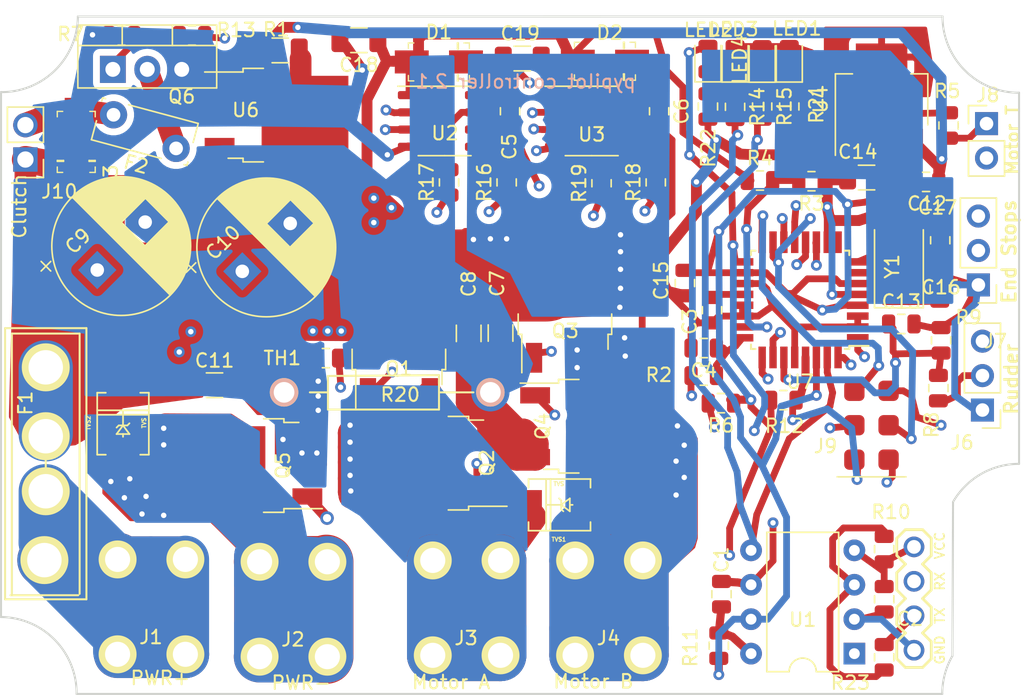
<source format=kicad_pcb>
(kicad_pcb (version 20171130) (host pcbnew 5.1.5+dfsg1-2build2)
  (layers (0 F.Cu signal) (1 In1.Cu signal) (2 In2.Cu signal) (31 B.Cu signal) (34 B.Paste user hide) (35 F.Paste user hide) (36 B.SilkS user) (37 F.SilkS user) (38 B.Mask user hide) (39 F.Mask user hide) (44 Edge.Cuts user))
  (net 0 "")
  (net 1 GND)
  (net 2 "Net-(C2-Pad2)")
  (net 3 "Net-(C2-Pad1)")
  (net 4 +12V)
  (net 5 "Net-(C6-Pad1)")
  (net 6 "Net-(C5-Pad1)")
  (net 7 EndB)
  (net 8 EndA)
  (net 9 MISO)
  (net 10 SCK)
  (net 11 RESET)
  (net 12 MOSI)
  (net 13 /sense/Shunt)
  (net 14 Motor_Temp)
  (net 15 Rudder)
  (net 16 RX)
  (net 17 "Net-(Q2-Pad1)")
  (net 18 "Net-(R16-Pad2)")
  (net 19 "Net-(R17-Pad2)")
  (net 20 "Net-(Q1-Pad1)")
  (net 21 "Net-(Q3-Pad1)")
  (net 22 "Net-(R19-Pad2)")
  (net 23 TX)
  (net 24 /sense/PWMAH)
  (net 25 /sense/PWMAL)
  (net 26 "Net-(C5-Pad2)")
  (net 27 "Net-(C6-Pad2)")
  (net 28 "Net-(R18-Pad2)")
  (net 29 /sense/PWMBL)
  (net 30 /sense/PWMBH)
  (net 31 Voltage)
  (net 32 Controller_Temp)
  (net 33 "Net-(Q4-Pad1)")
  (net 34 "Net-(C3-Pad1)")
  (net 35 "Net-(C12-Pad1)")
  (net 36 +5V)
  (net 37 "Net-(C16-Pad2)")
  (net 38 "Net-(C17-Pad2)")
  (net 39 "Net-(F1-Pad1)")
  (net 40 "Net-(J2-Pad1)")
  (net 41 "Net-(J5-Pad2)")
  (net 42 "Net-(J5-Pad3)")
  (net 43 "Net-(J6-Pad2)")
  (net 44 "Net-(R1-Pad1)")
  (net 45 "Net-(U7-Pad9)")
  (net 46 "Net-(D3-Pad2)")
  (net 47 "Net-(Q6-Pad1)")
  (net 48 "Net-(F2-Pad1)")
  (net 49 "Net-(LED1-Pad1)")
  (net 50 "Net-(LED2-Pad1)")
  (net 51 "Net-(LED3-Pad1)")
  (net 52 "Net-(LED4-Pad1)")
  (net 53 "Net-(R10-Pad2)")
  (net 54 "Net-(C4-Pad1)")
  (module wp_footprints:uart (layer F.Cu) (at 70.2 40.5765 270)
    (fp_text reference J5 hide)
    (fp_text value UART_Device hide)
    (fp_text user GND (at 7.6 -1.9 90) (layer F.SilkS) (effects (font (size 0.7 0.7) (thickness 0.12))))
    (fp_text user RX (at 2.54 -1.905 90) (layer F.SilkS) (effects (font (size 0.7 0.7) (thickness 0.12))))
    (fp_text user TX (at 5.08 -1.905 90) (layer F.SilkS) (effects (font (size 0.7 0.7) (thickness 0.12))))
    (fp_text user VCC (at -0.1 -1.9 90) (layer F.SilkS) (effects (font (size 0.7 0.7) (thickness 0.12))))
    (pad 1 thru_hole oval (at 0 0) (size 1.524 1.524) (drill 1.016) (layers *.Cu *.Mask) (net 3 "Net-(C2-Pad1)"))
    (pad 2 thru_hole oval (at 2.54 0) (size 1.524 1.524) (drill 1.016) (layers *.Cu *.Mask) (net 41 "Net-(J5-Pad2)"))
    (pad 3 thru_hole oval (at 5.08 0) (size 1.524 1.524) (drill 1.016) (layers *.Cu *.Mask) (net 42 "Net-(J5-Pad3)"))
    (pad 4 thru_hole oval (at 7.62 0) (size 1.524 1.524) (drill 1.016) (layers *.Cu *.Mask) (net 2 "Net-(C2-Pad2)"))
  )
  (module Resistor_SMD:R_0805_2012Metric (layer F.Cu) (at 58.8375 13.55)
    (fp_text reference R4 (at 0 -1.65) (layer F.SilkS))
    (fp_text value 10k)
    (pad 1 smd roundrect (at -0.9375 0) (size 0.975 1.4) (layers F.Cu F.Paste F.Mask) (net 4 +12V))
    (pad 2 smd roundrect (at 0.9375 0) (size 0.975 1.4) (layers F.Cu F.Paste F.Mask) (net 31 Voltage))
  )
  (module Connector_PinHeader_2.54mm:PinHeader_2x03_P2.54mm_Vertical_SMD (layer F.Cu) (at 65.8 31.6)
    (fp_text reference J9 (at -2.125 1.54) (layer F.SilkS))
    (fp_text value ISP)
    (pad 1 smd roundrect (at 0 -2.54) (size 1.5 1.5) (layers F.Cu F.Paste F.Mask) (net 9 MISO))
    (pad 4 smd roundrect (at 2.525 -2.54) (size 1.5 1.5) (layers F.Cu F.Paste F.Mask) (net 36 +5V))
    (pad 2 smd roundrect (at 0 0) (size 1.5 1.5) (layers F.Cu F.Paste F.Mask) (net 10 SCK))
    (pad 5 smd roundrect (at 2.525 0) (size 1.5 1.5) (layers F.Cu F.Paste F.Mask) (net 12 MOSI))
    (pad 3 smd roundrect (at 0 2.54) (size 1.5 1.5) (layers F.Cu F.Paste F.Mask) (net 11 RESET))
    (pad 6 smd roundrect (at 2.525 2.54) (size 1.5 1.5) (layers F.Cu F.Paste F.Mask) (net 1 GND))
  )
  (module Capacitor_SMD:C_0805_2012Metric (layer F.Cu) (at 72.1 21.5115 270)
    (fp_text reference C16 (at -0.0875 -0.1 180) (layer F.SilkS))
    (fp_text value 18pF)
    (pad 2 smd roundrect (at 0.9375 0 270) (size 0.975 1.4) (layers F.Cu F.Paste F.Mask) (net 37 "Net-(C16-Pad2)"))
    (pad 1 smd roundrect (at -0.9375 0 270) (size 0.975 1.4) (layers F.Cu F.Paste F.Mask) (net 1 GND))
  )
  (module Capacitor_SMD:C_0805_2012Metric (layer F.Cu) (at 56 44.0625 90)
    (fp_text reference C1 (at 2.5375 0 90) (layer F.SilkS))
    (fp_text value .1uF)
    (pad 1 smd roundrect (at -0.9375 0 90) (size 0.975 1.4) (layers F.Cu F.Paste F.Mask) (net 36 +5V))
    (pad 2 smd roundrect (at 0.9375 0 90) (size 0.975 1.4) (layers F.Cu F.Paste F.Mask) (net 1 GND))
  )
  (module Capacitor_SMD:C_0805_2012Metric (layer F.Cu) (at 68 44.4375 270)
    (fp_text reference C2 (at 1.4455 -1.905 180) (layer F.SilkS))
    (fp_text value .1uF)
    (pad 1 smd roundrect (at -0.9375 0 270) (size 0.975 1.4) (layers F.Cu F.Paste F.Mask) (net 3 "Net-(C2-Pad1)"))
    (pad 2 smd roundrect (at 0.9375 0 270) (size 0.975 1.4) (layers F.Cu F.Paste F.Mask) (net 2 "Net-(C2-Pad2)"))
  )
  (module Capacitor_SMD:C_0805_2012Metric (layer F.Cu) (at 55.3 23.1125 270)
    (fp_text reference C3 (at 0.8375 1.65 90) (layer F.SilkS))
    (fp_text value .1uF)
    (pad 2 smd roundrect (at 0.9375 0 270) (size 0.975 1.4) (layers F.Cu F.Paste F.Mask) (net 1 GND))
    (pad 1 smd roundrect (at -0.9375 0 270) (size 0.975 1.4) (layers F.Cu F.Paste F.Mask) (net 34 "Net-(C3-Pad1)"))
  )
  (module Capacitor_SMD:C_0805_2012Metric (layer F.Cu) (at 40.4 8.4375 270)
    (fp_text reference C5 (at 2.6125 0.05 90) (layer F.SilkS))
    (fp_text value 1uF)
    (pad 1 smd roundrect (at -0.9375 0 270) (size 0.975 1.4) (layers F.Cu F.Paste F.Mask) (net 6 "Net-(C5-Pad1)"))
    (pad 2 smd roundrect (at 0.9375 0 270) (size 0.975 1.4) (layers F.Cu F.Paste F.Mask) (net 26 "Net-(C5-Pad2)"))
  )
  (module Capacitor_SMD:C_0805_2012Metric (layer F.Cu) (at 51.4 8.4375 270)
    (fp_text reference C6 (at 0 -1.65 90) (layer F.SilkS))
    (fp_text value 1uF)
    (pad 1 smd roundrect (at -0.9375 0 270) (size 0.975 1.4) (layers F.Cu F.Paste F.Mask) (net 5 "Net-(C6-Pad1)"))
    (pad 2 smd roundrect (at 0.9375 0 270) (size 0.975 1.4) (layers F.Cu F.Paste F.Mask) (net 27 "Net-(C6-Pad2)"))
  )
  (module Capacitor_SMD:C_1206_3216Metric (layer F.Cu) (at 39.7 24.8 270)
    (fp_text reference C7 (at -3.65 0.25 90) (layer F.SilkS))
    (fp_text value 4.7uF)
    (pad 2 smd roundrect (at 1.4 0 270) (size 1.25 1.75) (layers F.Cu F.Paste F.Mask) (roundrect_rratio 0.2) (net 13 /sense/Shunt))
    (pad 1 smd roundrect (at -1.4 0 270) (size 1.25 1.75) (layers F.Cu F.Paste F.Mask) (roundrect_rratio 0.2) (net 4 +12V))
  )
  (module Capacitor_SMD:C_1206_3216Metric (layer F.Cu) (at 37.35 24.825 270)
    (fp_text reference C8 (at -3.65 0 90) (layer F.SilkS))
    (fp_text value 4.7uF)
    (pad 1 smd roundrect (at -1.4 0 270) (size 1.25 1.75) (layers F.Cu F.Paste F.Mask) (roundrect_rratio 0.2) (net 4 +12V))
    (pad 2 smd roundrect (at 1.4 0 270) (size 1.25 1.75) (layers F.Cu F.Paste F.Mask) (roundrect_rratio 0.2) (net 13 /sense/Shunt))
  )
  (module Capacitor_THT:CP_Radial_D10.0mm_P5.00mm (layer F.Cu) (at 9.95 20.15 45)
    (fp_text reference C9 (at 0.5 -2.5 45) (layer F.SilkS))
    (fp_text value 330uF)
    (pad 2 thru_hole circle (at 5 0 45) (size 2 2) (drill 1) (layers *.Cu *.Mask) (net 13 /sense/Shunt))
    (pad 1 thru_hole rect (at 0 0 45) (size 2 2) (drill 1) (layers *.Cu *.Mask) (net 4 +12V))
  )
  (module Capacitor_THT:CP_Radial_D10.0mm_P5.00mm (layer F.Cu) (at 20.65 20.25 45)
    (fp_text reference C10 (at 0.5 -2.5 45) (layer F.SilkS))
    (fp_text value 330uF)
    (pad 1 thru_hole rect (at 0 0 45) (size 2 2) (drill 1) (layers *.Cu *.Mask) (net 4 +12V))
    (pad 2 thru_hole circle (at 5 0 45) (size 2 2) (drill 1) (layers *.Cu *.Mask) (net 13 /sense/Shunt))
  )
  (module Capacitor_SMD:C_0805_2012Metric (layer F.Cu) (at 71.0875 13.65 180)
    (fp_text reference C12 (at -0.0625 -1.6) (layer F.SilkS))
    (fp_text value 1uF)
    (pad 2 smd roundrect (at 0.9375 0 180) (size 0.975 1.4) (layers F.Cu F.Paste F.Mask) (net 1 GND))
    (pad 1 smd roundrect (at -0.9375 0 180) (size 0.975 1.4) (layers F.Cu F.Paste F.Mask) (net 35 "Net-(C12-Pad1)"))
  )
  (module Capacitor_SMD:C_1206_3216Metric (layer F.Cu) (at 66.7 13.33 180)
    (fp_text reference C14 (at 0.65 1.9) (layer F.SilkS))
    (fp_text value 4.7uF)
    (pad 1 smd roundrect (at -1.4 0 180) (size 1.25 1.75) (layers F.Cu F.Paste F.Mask) (roundrect_rratio 0.2) (net 36 +5V))
    (pad 2 smd roundrect (at 1.4 0 180) (size 1.25 1.75) (layers F.Cu F.Paste F.Mask) (roundrect_rratio 0.2) (net 1 GND))
  )
  (module Capacitor_SMD:C_0805_2012Metric (layer F.Cu) (at 53.3 21.1125 270)
    (fp_text reference C15 (at -0.1875 1.75 90) (layer F.SilkS))
    (fp_text value .1uF)
    (pad 2 smd roundrect (at 0.9375 0 270) (size 0.975 1.4) (layers F.Cu F.Paste F.Mask) (net 1 GND))
    (pad 1 smd roundrect (at -0.9375 0 270) (size 0.975 1.4) (layers F.Cu F.Paste F.Mask) (net 36 +5V))
  )
  (module Capacitor_SMD:C_0805_2012Metric (layer F.Cu) (at 72.136 17.9555 90)
    (fp_text reference C17 (at 2.4125 -0.2 180) (layer F.SilkS))
    (fp_text value 18pF)
    (pad 1 smd roundrect (at -0.9375 0 90) (size 0.975 1.4) (layers F.Cu F.Paste F.Mask) (net 1 GND))
    (pad 2 smd roundrect (at 0.9375 0 90) (size 0.975 1.4) (layers F.Cu F.Paste F.Mask) (net 38 "Net-(C17-Pad2)"))
  )
  (module wp_footprints:BladeFuse-CarType (layer F.Cu) (at 6.15 34.44 90)
    (fp_text reference F1 (at 4.47 -1.5 90) (layer F.SilkS))
    (fp_text value FUSE)
    (pad 1 thru_hole circle (at -2.03 0 90) (size 3.54 3.54) (drill 2.54) (layers *.Cu *.Mask F.SilkS) (net 39 "Net-(F1-Pad1)"))
    (pad 1 thru_hole circle (at -7.11 -0.1 90) (size 3.54 3.54) (drill 2.54) (layers *.Cu *.Mask F.SilkS) (net 39 "Net-(F1-Pad1)"))
    (pad 2 thru_hole circle (at 2.03 0 90) (size 3.54 3.54) (drill 2.54) (layers *.Cu *.Mask F.SilkS) (net 4 +12V))
    (pad 2 thru_hole circle (at 7.11 0 90) (size 3.54 3.54) (drill 2.54) (layers *.Cu *.Mask F.SilkS) (net 4 +12V))
  )
  (module wp_footprints:screw_terminal (layer F.Cu) (at 16.45 48.5 180)
    (fp_text reference J1 (at 2.54 1.27) (layer F.SilkS))
    (fp_text value power+)
    (pad 1 thru_hole circle (at 5 7 180) (size 2.8 2.8) (drill 1.85) (layers *.Cu *.Mask F.SilkS) (net 39 "Net-(F1-Pad1)"))
    (pad 1 thru_hole circle (at 0 7 180) (size 2.8 2.8) (drill 1.85) (layers *.Cu *.Mask F.SilkS) (net 39 "Net-(F1-Pad1)"))
    (pad 1 thru_hole circle (at 5 0 180) (size 2.8 2.8) (drill 1.85) (layers *.Cu *.Mask F.SilkS) (net 39 "Net-(F1-Pad1)"))
    (pad 1 thru_hole circle (at 0 0 180) (size 2.8 2.8) (drill 1.85) (layers *.Cu *.Mask F.SilkS) (net 39 "Net-(F1-Pad1)"))
  )
  (module wp_footprints:screw_terminal (layer F.Cu) (at 26.925 48.675 180)
    (fp_text reference J2 (at 2.54 1.27) (layer F.SilkS))
    (fp_text value power-)
    (pad 1 thru_hole circle (at 0 0 180) (size 2.8 2.8) (drill 1.85) (layers *.Cu *.Mask F.SilkS) (net 40 "Net-(J2-Pad1)"))
    (pad 1 thru_hole circle (at 5 0 180) (size 2.8 2.8) (drill 1.85) (layers *.Cu *.Mask F.SilkS) (net 40 "Net-(J2-Pad1)"))
    (pad 1 thru_hole circle (at 0 7 180) (size 2.8 2.8) (drill 1.85) (layers *.Cu *.Mask F.SilkS) (net 40 "Net-(J2-Pad1)"))
    (pad 1 thru_hole circle (at 5 7 180) (size 2.8 2.8) (drill 1.85) (layers *.Cu *.Mask F.SilkS) (net 40 "Net-(J2-Pad1)"))
  )
  (module wp_footprints:screw_terminal (layer F.Cu) (at 39.7 48.575 180)
    (fp_text reference J3 (at 2.54 1.27) (layer F.SilkS))
    (fp_text value power+)
    (pad 1 thru_hole circle (at 0 0 180) (size 2.8 2.8) (drill 1.85) (layers *.Cu *.Mask F.SilkS) (net 26 "Net-(C5-Pad2)"))
    (pad 1 thru_hole circle (at 5 0 180) (size 2.8 2.8) (drill 1.85) (layers *.Cu *.Mask F.SilkS) (net 26 "Net-(C5-Pad2)"))
    (pad 1 thru_hole circle (at 0 7 180) (size 2.8 2.8) (drill 1.85) (layers *.Cu *.Mask F.SilkS) (net 26 "Net-(C5-Pad2)"))
    (pad 1 thru_hole circle (at 5 7 180) (size 2.8 2.8) (drill 1.85) (layers *.Cu *.Mask F.SilkS) (net 26 "Net-(C5-Pad2)"))
  )
  (module wp_footprints:screw_terminal (layer F.Cu) (at 50.2 48.575 180)
    (fp_text reference J4 (at 2.54 1.27) (layer F.SilkS))
    (fp_text value power+)
    (pad 1 thru_hole circle (at 5 7 180) (size 2.8 2.8) (drill 1.85) (layers *.Cu *.Mask F.SilkS) (net 27 "Net-(C6-Pad2)"))
    (pad 1 thru_hole circle (at 0 7 180) (size 2.8 2.8) (drill 1.85) (layers *.Cu *.Mask F.SilkS) (net 27 "Net-(C6-Pad2)"))
    (pad 1 thru_hole circle (at 5 0 180) (size 2.8 2.8) (drill 1.85) (layers *.Cu *.Mask F.SilkS) (net 27 "Net-(C6-Pad2)"))
    (pad 1 thru_hole circle (at 0 0 180) (size 2.8 2.8) (drill 1.85) (layers *.Cu *.Mask F.SilkS) (net 27 "Net-(C6-Pad2)"))
  )
  (module Connector_PinHeader_2.54mm:PinHeader_1x03_P2.54mm_Vertical (layer F.Cu) (at 75.25 30.48 180)
    (fp_text reference J6 (at 1.5 -2.4) (layer F.SilkS))
    (fp_text value Rudder)
    (pad 3 thru_hole oval (at 0 5.08 180) (size 1.7 1.7) (drill 1) (layers *.Cu *.Mask) (net 36 +5V))
    (pad 2 thru_hole oval (at 0 2.54 180) (size 1.7 1.7) (drill 1) (layers *.Cu *.Mask) (net 43 "Net-(J6-Pad2)"))
    (pad 1 thru_hole rect (at 0 0 180) (size 1.7 1.7) (drill 1) (layers *.Cu *.Mask) (net 1 GND))
  )
  (module Connector_PinHeader_2.54mm:PinHeader_1x03_P2.54mm_Vertical (layer F.Cu) (at 74.95 21.25 180)
    (fp_text reference J7 (at -1.25 -4.15) (layer F.SilkS))
    (fp_text value "End Stops")
    (pad 1 thru_hole rect (at 0 0 180) (size 1.7 1.7) (drill 1) (layers *.Cu *.Mask) (net 1 GND))
    (pad 2 thru_hole oval (at 0 2.54 180) (size 1.7 1.7) (drill 1) (layers *.Cu *.Mask) (net 7 EndB))
    (pad 3 thru_hole oval (at 0 5.08 180) (size 1.7 1.7) (drill 1) (layers *.Cu *.Mask) (net 8 EndA))
  )
  (module Connector_PinHeader_2.54mm:PinHeader_1x02_P2.54mm_Vertical (layer F.Cu) (at 75.55 9.35)
    (fp_text reference J8 (at 0.1 -2.1) (layer F.SilkS))
    (fp_text value Conn_01x02)
    (pad 1 thru_hole rect (at 0 0) (size 1.7 1.7) (drill 1) (layers *.Cu *.Mask) (net 14 Motor_Temp))
    (pad 2 thru_hole oval (at 0 2.54) (size 1.7 1.7) (drill 1) (layers *.Cu *.Mask) (net 1 GND))
  )
  (module LED_SMD:LED_0805_2012Metric (layer F.Cu) (at 61 4.6 90)
    (fp_text reference LED1 (at 2.2625 0.55 180) (layer F.SilkS))
    (fp_text value RED)
    (pad 1 smd roundrect (at -0.9375 0 90) (size 0.975 1.4) (layers F.Cu F.Paste F.Mask) (net 49 "Net-(LED1-Pad1)"))
    (pad 2 smd roundrect (at 0.9375 0 90) (size 0.975 1.4) (layers F.Cu F.Paste F.Mask) (net 36 +5V))
  )
  (module LED_SMD:LED_0805_2012Metric (layer F.Cu) (at 55 4.5875 90)
    (fp_text reference LED2 (at 2.15 0.05 180) (layer F.SilkS))
    (fp_text value BLUE)
    (pad 2 smd roundrect (at 0.9375 0 90) (size 0.975 1.4) (layers F.Cu F.Paste F.Mask) (net 10 SCK))
    (pad 1 smd roundrect (at -0.9375 0 90) (size 0.975 1.4) (layers F.Cu F.Paste F.Mask) (net 50 "Net-(LED2-Pad1)"))
  )
  (module Package_TO_SOT_SMD:TO-252-2 (layer F.Cu) (at 32.2 25.025 90)
    (fp_text reference Q1 (at -2.4 0 180) (layer F.SilkS))
    (fp_text value Q_NMOS_GDS)
    (pad 1 smd rect (at -4.2 -2.28 90) (size 2.2 1.2) (layers F.Cu F.Paste F.Mask) (net 20 "Net-(Q1-Pad1)"))
    (pad 3 smd rect (at -4.2 2.28 90) (size 2.2 1.2) (layers F.Cu F.Paste F.Mask) (net 26 "Net-(C5-Pad2)"))
    (pad 2 smd rect (at 2.1 0 90) (size 6.4 5.8) (layers F.Cu F.Mask) (net 4 +12V))
  )
  (module Package_TO_SOT_SMD:TO-252-2 (layer F.Cu) (at 34.875 34.4 180)
    (fp_text reference Q2 (at -3.825 0.025 270) (layer F.SilkS))
    (fp_text value Q_NMOS_GDS)
    (pad 2 smd rect (at 2.1 0 180) (size 6.4 5.8) (layers F.Cu F.Mask) (net 26 "Net-(C5-Pad2)"))
    (pad 3 smd rect (at -4.2 2.28 180) (size 2.2 1.2) (layers F.Cu F.Paste F.Mask) (net 13 /sense/Shunt))
    (pad 1 smd rect (at -4.2 -2.28 180) (size 2.2 1.2) (layers F.Cu F.Paste F.Mask) (net 17 "Net-(Q2-Pad1)"))
  )
  (module Package_TO_SOT_SMD:TO-252-2 (layer F.Cu) (at 44.45 22.425 90)
    (fp_text reference Q3 (at -2.225 0.025 180) (layer F.SilkS))
    (fp_text value Q_NMOS_GDS)
    (pad 2 smd rect (at 2.1 0 90) (size 6.4 5.8) (layers F.Cu F.Mask) (net 4 +12V))
    (pad 3 smd rect (at -4.2 2.28 90) (size 2.2 1.2) (layers F.Cu F.Paste F.Mask) (net 27 "Net-(C6-Pad2)"))
    (pad 1 smd rect (at -4.2 -2.28 90) (size 2.2 1.2) (layers F.Cu F.Paste F.Mask) (net 21 "Net-(Q3-Pad1)"))
  )
  (module Package_TO_SOT_SMD:TO-252-2 (layer F.Cu) (at 46.45 31.675)
    (fp_text reference Q4 (at -3.65 0 270) (layer F.SilkS))
    (fp_text value Q_NMOS_GDS)
    (pad 1 smd rect (at -4.2 -2.28) (size 2.2 1.2) (layers F.Cu F.Paste F.Mask) (net 33 "Net-(Q4-Pad1)"))
    (pad 3 smd rect (at -4.2 2.28) (size 2.2 1.2) (layers F.Cu F.Paste F.Mask) (net 13 /sense/Shunt))
    (pad 2 smd rect (at 2.1 0) (size 6.4 5.8) (layers F.Cu F.Mask) (net 27 "Net-(C6-Pad2)"))
  )
  (module Package_TO_SOT_SMD:TO-252-2 (layer F.Cu) (at 21.25 34.575 180)
    (fp_text reference Q5 (at -2.4 0 270) (layer F.SilkS))
    (fp_text value Q_NMOS_GDS)
    (pad 1 smd rect (at -4.2 -2.28 180) (size 2.2 1.2) (layers F.Cu F.Paste F.Mask) (net 4 +12V))
    (pad 3 smd rect (at -4.2 2.28 180) (size 2.2 1.2) (layers F.Cu F.Paste F.Mask) (net 1 GND))
    (pad 2 smd rect (at 2.1 0 180) (size 6.4 5.8) (layers F.Cu F.Mask) (net 40 "Net-(J2-Pad1)"))
  )
  (module Resistor_SMD:R_1206_3216Metric (layer F.Cu) (at 23.45 3.95 180)
    (fp_text reference R1 (at 0.3 1.55) (layer F.SilkS))
    (fp_text value 20)
    (pad 1 smd roundrect (at -1.4 0 180) (size 1.25 1.75) (layers F.Cu F.Paste F.Mask) (roundrect_rratio 0.2) (net 44 "Net-(R1-Pad1)"))
    (pad 2 smd roundrect (at 1.4 0 180) (size 1.25 1.75) (layers F.Cu F.Paste F.Mask) (roundrect_rratio 0.2) (net 35 "Net-(C12-Pad1)"))
  )
  (module Resistor_SMD:R_0805_2012Metric (layer F.Cu) (at 54.6885 27.94)
    (fp_text reference R2 (at -3.3125 -0.05) (layer F.SilkS))
    (fp_text value 2.4k)
    (pad 2 smd roundrect (at 0.9375 0) (size 0.975 1.4) (layers F.Cu F.Paste F.Mask) (net 54 "Net-(C4-Pad1)"))
    (pad 1 smd roundrect (at -0.9375 0) (size 0.975 1.4) (layers F.Cu F.Paste F.Mask) (net 13 /sense/Shunt))
  )
  (module Resistor_SMD:R_0805_2012Metric (layer F.Cu) (at 72.75 9.4875 270)
    (fp_text reference R5 (at -2.5375 0.1 180) (layer F.SilkS))
    (fp_text value 100k)
    (pad 2 smd roundrect (at 0.9375 0 270) (size 0.975 1.4) (layers F.Cu F.Paste F.Mask) (net 14 Motor_Temp))
    (pad 1 smd roundrect (at -0.9375 0 270) (size 0.975 1.4) (layers F.Cu F.Paste F.Mask) (net 36 +5V))
  )
  (module Resistor_SMD:R_0805_2012Metric (layer F.Cu) (at 55.9585 29.972 180)
    (fp_text reference R6 (at 0 -1.65) (layer F.SilkS))
    (fp_text value 100k)
    (pad 1 smd roundrect (at -0.9375 0 180) (size 0.975 1.4) (layers F.Cu F.Paste F.Mask) (net 36 +5V))
    (pad 2 smd roundrect (at 0.9375 0 180) (size 0.975 1.4) (layers F.Cu F.Paste F.Mask) (net 32 Controller_Temp))
  )
  (module Resistor_SMD:R_0805_2012Metric (layer F.Cu) (at 72 28.8625 270)
    (fp_text reference R8 (at 2.7155 0.508 90) (layer F.SilkS))
    (fp_text value 33k)
    (pad 2 smd roundrect (at 0.9375 0 270) (size 0.975 1.4) (layers F.Cu F.Paste F.Mask) (net 43 "Net-(J6-Pad2)"))
    (pad 1 smd roundrect (at -0.9375 0 270) (size 0.975 1.4) (layers F.Cu F.Paste F.Mask) (net 15 Rudder))
  )
  (module Resistor_SMD:R_0805_2012Metric (layer F.Cu) (at 68 40.7375 90)
    (fp_text reference R10 (at 2.7375 0.5105 180) (layer F.SilkS))
    (fp_text value 2k)
    (pad 1 smd roundrect (at -0.9375 0 90) (size 0.975 1.4) (layers F.Cu F.Paste F.Mask) (net 3 "Net-(C2-Pad1)"))
    (pad 2 smd roundrect (at 0.9375 0 90) (size 0.975 1.4) (layers F.Cu F.Paste F.Mask) (net 53 "Net-(R10-Pad2)"))
  )
  (module Resistor_SMD:R_0805_2012Metric (layer F.Cu) (at 55.8 47.8625 270)
    (fp_text reference R11 (at 0.1375 2.1 90) (layer F.SilkS))
    (fp_text value 2.4k)
    (pad 2 smd roundrect (at 0.9375 0 270) (size 0.975 1.4) (layers F.Cu F.Paste F.Mask) (net 16 RX))
    (pad 1 smd roundrect (at -0.9375 0 270) (size 0.975 1.4) (layers F.Cu F.Paste F.Mask) (net 36 +5V))
  )
  (module Resistor_SMD:R_0805_2012Metric (layer F.Cu) (at 60.5625 29.75 180)
    (fp_text reference R12 (at -0.0875 -1.9 180) (layer F.SilkS))
    (fp_text value 10k)
    (pad 1 smd roundrect (at -0.9375 0 180) (size 0.975 1.4) (layers F.Cu F.Paste F.Mask) (net 11 RESET))
    (pad 2 smd roundrect (at 0.9375 0 180) (size 0.975 1.4) (layers F.Cu F.Paste F.Mask) (net 36 +5V))
  )
  (module Resistor_SMD:R_0805_2012Metric (layer F.Cu) (at 40.15 13.6875 90)
    (fp_text reference R16 (at 0 -1.65 90) (layer F.SilkS))
    (fp_text value 47)
    (pad 2 smd roundrect (at 0.9375 0 90) (size 0.975 1.4) (layers F.Cu F.Paste F.Mask) (net 18 "Net-(R16-Pad2)"))
    (pad 1 smd roundrect (at -0.9375 0 90) (size 0.975 1.4) (layers F.Cu F.Paste F.Mask) (net 17 "Net-(Q2-Pad1)"))
  )
  (module Resistor_SMD:R_0805_2012Metric (layer F.Cu) (at 35.9 13.6875 90)
    (fp_text reference R17 (at 0 -1.65 90) (layer F.SilkS))
    (fp_text value 47)
    (pad 1 smd roundrect (at -0.9375 0 90) (size 0.975 1.4) (layers F.Cu F.Paste F.Mask) (net 20 "Net-(Q1-Pad1)"))
    (pad 2 smd roundrect (at 0.9375 0 90) (size 0.975 1.4) (layers F.Cu F.Paste F.Mask) (net 19 "Net-(R17-Pad2)"))
  )
  (module Resistor_SMD:R_0805_2012Metric (layer F.Cu) (at 51.15 13.6875 90)
    (fp_text reference R18 (at 0 -1.65 90) (layer F.SilkS))
    (fp_text value 47)
    (pad 1 smd roundrect (at -0.9375 0 90) (size 0.975 1.4) (layers F.Cu F.Paste F.Mask) (net 33 "Net-(Q4-Pad1)"))
    (pad 2 smd roundrect (at 0.9375 0 90) (size 0.975 1.4) (layers F.Cu F.Paste F.Mask) (net 28 "Net-(R18-Pad2)"))
  )
  (module Resistor_SMD:R_0805_2012Metric (layer F.Cu) (at 47.15 13.75 90)
    (fp_text reference R19 (at 0 -1.65 90) (layer F.SilkS))
    (fp_text value 47)
    (pad 2 smd roundrect (at 0.9375 0 90) (size 0.975 1.4) (layers F.Cu F.Paste F.Mask) (net 22 "Net-(R19-Pad2)"))
    (pad 1 smd roundrect (at -0.9375 0 90) (size 0.975 1.4) (layers F.Cu F.Paste F.Mask) (net 21 "Net-(Q3-Pad1)"))
  )
  (module Resistor_SMD:R_0805_2012Metric (layer F.Cu) (at 61 8.0875 270)
    (fp_text reference R21 (at -0.1875 -2 90) (layer F.SilkS))
    (fp_text value 2.4k)
    (pad 2 smd roundrect (at 0.9375 0 270) (size 0.975 1.4) (layers F.Cu F.Paste F.Mask) (net 1 GND))
    (pad 1 smd roundrect (at -0.9375 0 270) (size 0.975 1.4) (layers F.Cu F.Paste F.Mask) (net 49 "Net-(LED1-Pad1)"))
  )
  (module Resistor_SMD:R_0805_2012Metric (layer F.Cu) (at 55 8.0875 270)
    (fp_text reference R22 (at 3.0625 -0.025 90) (layer F.SilkS))
    (fp_text value 1.2k)
    (pad 1 smd roundrect (at -0.9375 0 270) (size 0.975 1.4) (layers F.Cu F.Paste F.Mask) (net 50 "Net-(LED2-Pad1)"))
    (pad 2 smd roundrect (at 0.9375 0 270) (size 0.975 1.4) (layers F.Cu F.Paste F.Mask) (net 1 GND))
  )
  (module Resistor_SMD:R_0805_2012Metric (layer F.Cu) (at 26.8125 26.65 180)
    (fp_text reference TH1 (at 3.2125 0) (layer F.SilkS))
    (fp_text value "10k NTC")
    (pad 1 smd roundrect (at -0.9375 0 180) (size 0.975 1.4) (layers F.Cu F.Paste F.Mask) (net 32 Controller_Temp))
    (pad 2 smd roundrect (at 0.9375 0 180) (size 0.975 1.4) (layers F.Cu F.Paste F.Mask) (net 1 GND))
  )
  (module wp_footprints:DO-214AA (layer F.Cu) (at 44.05 37.475 180)
    (fp_text reference TVS1 (at 0.0508 -2.55016) (layer F.SilkS) (effects (font (size 0.29972 0.29972) (thickness 0.0762))))
    (fp_text value TVS (at 0.0508 1.5494) (layer F.SilkS) (effects (font (size 0.29972 0.29972) (thickness 0.0762))))
    (pad 2 smd rect (at 2.11074 0 180) (size 1.62052 2.17932) (layers F.Cu F.Paste F.Mask) (net 26 "Net-(C5-Pad2)"))
    (pad 1 smd rect (at -2.11074 0 180) (size 1.62052 2.17932) (layers F.Cu F.Paste F.Mask) (net 27 "Net-(C6-Pad2)"))
  )
  (module wp_footprints:DO-214AA (layer F.Cu) (at 11.85 31.48926 90)
    (fp_text reference TVS2 (at 0.0508 -2.55016 90) (layer F.SilkS) (effects (font (size 0.29972 0.29972) (thickness 0.0762))))
    (fp_text value TVS (at 0.0508 1.5494 90) (layer F.SilkS) (effects (font (size 0.29972 0.29972) (thickness 0.0762))))
    (pad 1 smd rect (at -2.11074 0 90) (size 1.62052 2.17932) (layers F.Cu F.Paste F.Mask) (net 40 "Net-(J2-Pad1)"))
    (pad 2 smd rect (at 2.11074 0 90) (size 1.62052 2.17932) (layers F.Cu F.Paste F.Mask) (net 4 +12V))
  )
  (module Package_SO:SOIC-8_3.9x4.9mm_P1.27mm (layer F.Cu) (at 35.575 9.155)
    (fp_text reference U2 (at 0.025 0.905) (layer F.SilkS))
    (fp_text value IR2101)
    (pad 8 smd roundrect (at 2.475 -1.905) (size 1.95 0.6) (layers F.Cu F.Paste F.Mask) (net 6 "Net-(C5-Pad1)"))
    (pad 7 smd roundrect (at 2.475 -0.635) (size 1.95 0.6) (layers F.Cu F.Paste F.Mask) (net 19 "Net-(R17-Pad2)"))
    (pad 6 smd roundrect (at 2.475 0.635) (size 1.95 0.6) (layers F.Cu F.Paste F.Mask) (net 26 "Net-(C5-Pad2)"))
    (pad 5 smd roundrect (at 2.475 1.905) (size 1.95 0.6) (layers F.Cu F.Paste F.Mask) (net 18 "Net-(R16-Pad2)"))
    (pad 4 smd roundrect (at -2.475 1.905) (size 1.95 0.6) (layers F.Cu F.Paste F.Mask) (net 1 GND))
    (pad 3 smd roundrect (at -2.475 0.635) (size 1.95 0.6) (layers F.Cu F.Paste F.Mask) (net 25 /sense/PWMAL))
    (pad 2 smd roundrect (at -2.475 -0.635) (size 1.95 0.6) (layers F.Cu F.Paste F.Mask) (net 24 /sense/PWMAH))
    (pad 1 smd roundrect (at -2.475 -1.905) (size 1.95 0.6) (layers F.Cu F.Paste F.Mask) (net 4 +12V))
  )
  (module Package_SO:SOIC-8_3.9x4.9mm_P1.27mm (layer F.Cu) (at 46.425 9.155)
    (fp_text reference U3 (at 0 1) (layer F.SilkS))
    (fp_text value IR2101)
    (pad 1 smd roundrect (at -2.475 -1.905) (size 1.95 0.6) (layers F.Cu F.Paste F.Mask) (net 4 +12V))
    (pad 2 smd roundrect (at -2.475 -0.635) (size 1.95 0.6) (layers F.Cu F.Paste F.Mask) (net 30 /sense/PWMBH))
    (pad 3 smd roundrect (at -2.475 0.635) (size 1.95 0.6) (layers F.Cu F.Paste F.Mask) (net 29 /sense/PWMBL))
    (pad 4 smd roundrect (at -2.475 1.905) (size 1.95 0.6) (layers F.Cu F.Paste F.Mask) (net 1 GND))
    (pad 5 smd roundrect (at 2.475 1.905) (size 1.95 0.6) (layers F.Cu F.Paste F.Mask) (net 28 "Net-(R18-Pad2)"))
    (pad 6 smd roundrect (at 2.475 0.635) (size 1.95 0.6) (layers F.Cu F.Paste F.Mask) (net 27 "Net-(C6-Pad2)"))
    (pad 7 smd roundrect (at 2.475 -0.635) (size 1.95 0.6) (layers F.Cu F.Paste F.Mask) (net 22 "Net-(R19-Pad2)"))
    (pad 8 smd roundrect (at 2.475 -1.905) (size 1.95 0.6) (layers F.Cu F.Paste F.Mask) (net 5 "Net-(C6-Pad1)"))
  )
  (module Package_TO_SOT_SMD:TO-252-2 (layer F.Cu) (at 23.175 8.725)
    (fp_text reference U6 (at -2.275 -0.375) (layer F.SilkS))
    (fp_text value LM317)
    (pad 2 smd rect (at 2.1 0) (size 6.4 5.8) (layers F.Cu F.Mask) (net 44 "Net-(R1-Pad1)"))
    (pad 3 smd rect (at -4.2 2.28) (size 2.2 1.2) (layers F.Cu F.Paste F.Mask) (net 4 +12V))
    (pad 1 smd rect (at -4.2 -2.28) (size 2.2 1.2) (layers F.Cu F.Paste F.Mask) (net 35 "Net-(C12-Pad1)"))
  )
  (module Crystal:Crystal_SMD_5032-2Pin_5.0x3.2mm (layer F.Cu) (at 69.088 19.884 90)
    (fp_text reference Y1 (at 0 -0.5 90) (layer F.SilkS))
    (fp_text value 8mhz)
    (pad 1 smd rect (at -1.85 0 90) (size 2 2.4) (layers F.Cu F.Paste F.Mask) (net 37 "Net-(C16-Pad2)"))
    (pad 2 smd rect (at 1.85 0 90) (size 2 2.4) (layers F.Cu F.Paste F.Mask) (net 38 "Net-(C17-Pad2)"))
  )
  (module Package_DIP:DIP-8_W7.62mm (layer F.Cu) (at 65.8 48.45 180)
    (fp_text reference U1 (at 3.81 2.5) (layer F.SilkS))
    (fp_text value cpc5001)
    (pad 1 thru_hole rect (at 0 0 180) (size 1.6 1.6) (drill 0.8) (layers *.Cu *.Mask) (net 41 "Net-(J5-Pad2)"))
    (pad 5 thru_hole oval (at 7.62 7.62 180) (size 1.6 1.6) (drill 0.8) (layers *.Cu *.Mask) (net 23 TX))
    (pad 2 thru_hole oval (at 0 2.54 180) (size 1.6 1.6) (drill 0.8) (layers *.Cu *.Mask) (net 2 "Net-(C2-Pad2)"))
    (pad 6 thru_hole oval (at 7.62 5.08 180) (size 1.6 1.6) (drill 0.8) (layers *.Cu *.Mask) (net 1 GND))
    (pad 3 thru_hole oval (at 0 5.08 180) (size 1.6 1.6) (drill 0.8) (layers *.Cu *.Mask) (net 53 "Net-(R10-Pad2)"))
    (pad 7 thru_hole oval (at 7.62 2.54 180) (size 1.6 1.6) (drill 0.8) (layers *.Cu *.Mask) (net 16 RX))
    (pad 4 thru_hole oval (at 0 7.62 180) (size 1.6 1.6) (drill 0.8) (layers *.Cu *.Mask) (net 3 "Net-(C2-Pad1)"))
    (pad 8 thru_hole oval (at 7.62 0 180) (size 1.6 1.6) (drill 0.8) (layers *.Cu *.Mask) (net 36 +5V))
  )
  (module Resistor_SMD:R_0805_2012Metric (layer F.Cu) (at 72.2 25.3375 90)
    (fp_text reference R9 (at 1.6995 2.032 180) (layer F.SilkS))
    (fp_text value 10k)
    (pad 1 smd roundrect (at -0.9375 0 90) (size 0.975 1.4) (layers F.Cu F.Paste F.Mask) (net 15 Rudder))
    (pad 2 smd roundrect (at 0.9375 0 90) (size 0.975 1.4) (layers F.Cu F.Paste F.Mask) (net 1 GND))
  )
  (module wp_footprints:Resistor_Horizontal_RM10mm (layer F.Cu) (at 44.05 29.175 180)
    (fp_text reference R20 (at 11.75 -0.175) (layer F.SilkS))
    (fp_text value .01)
    (pad 2 thru_hole circle (at 20.32 0 180) (size 2.1 2.1) (drill 1.524) (layers *.Cu *.SilkS *.Mask) (net 1 GND))
    (pad 1 thru_hole circle (at 5.1 0 180) (size 2.1 2.1) (drill 1.524) (layers *.Cu *.SilkS *.Mask) (net 13 /sense/Shunt))
  )
  (module wp_footprints:DO-214AC (layer F.Cu) (at 35.15 4.8 180)
    (fp_text reference D1 (at 0 2.2) (layer F.SilkS))
    (fp_text value MUR160)
    (pad 2 smd rect (at 2 0 180) (size 2.5 1.7) (layers F.Cu F.Paste F.Mask) (net 4 +12V))
    (pad 1 smd rect (at -2 0 180) (size 2.5 1.7) (layers F.Cu F.Paste F.Mask) (net 6 "Net-(C5-Pad1)"))
  )
  (module wp_footprints:DO-214AC (layer F.Cu) (at 47.4 4.75 180)
    (fp_text reference D2 (at -0.35 2.1) (layer F.SilkS))
    (fp_text value MUR160)
    (pad 2 smd rect (at 2 0 180) (size 2.5 1.7) (layers F.Cu F.Paste F.Mask) (net 4 +12V))
    (pad 1 smd rect (at -2 0 180) (size 2.5 1.7) (layers F.Cu F.Paste F.Mask) (net 5 "Net-(C6-Pad1)"))
  )
  (module LED_SMD:LED_0805_2012Metric (layer F.Cu) (at 57 4.6 90)
    (fp_text reference LED3 (at 2.2125 -0.1 180) (layer F.SilkS))
    (fp_text value GREEN)
    (pad 1 smd roundrect (at -0.9375 0 90) (size 0.975 1.4) (layers F.Cu F.Paste F.Mask) (net 51 "Net-(LED3-Pad1)"))
    (pad 2 smd roundrect (at 0.9375 0 90) (size 0.975 1.4) (layers F.Cu F.Paste F.Mask) (net 36 +5V))
  )
  (module Package_TO_SOT_THT:TO-220-3_Vertical (layer F.Cu) (at 11.1 5.35)
    (fp_text reference Q6 (at 5.08 2) (layer F.SilkS))
    (fp_text value Q_NMOS_GDS)
    (pad 1 thru_hole rect (at 0 0) (size 1.905 2) (drill 1.1) (layers *.Cu *.Mask) (net 47 "Net-(Q6-Pad1)"))
    (pad 2 thru_hole oval (at 2.54 0) (size 1.905 2) (drill 1.1) (layers *.Cu *.Mask) (net 48 "Net-(F2-Pad1)"))
    (pad 3 thru_hole oval (at 5.08 0) (size 1.905 2) (drill 1.1) (layers *.Cu *.Mask) (net 1 GND))
  )
  (module Resistor_SMD:R_0805_2012Metric (layer F.Cu) (at 11.7375 2.85)
    (fp_text reference R7 (at -3.7625 -0.1) (layer F.SilkS))
    (fp_text value 10k)
    (pad 2 smd roundrect (at 0.9375 0) (size 0.975 1.4) (layers F.Cu F.Paste F.Mask) (net 47 "Net-(Q6-Pad1)"))
    (pad 1 smd roundrect (at -0.9375 0) (size 0.975 1.4) (layers F.Cu F.Paste F.Mask) (net 1 GND))
  )
  (module Resistor_SMD:R_0805_2012Metric (layer F.Cu) (at 16.9375 2.85 180)
    (fp_text reference R13 (at -3.2625 0.4) (layer F.SilkS))
    (fp_text value 560)
    (pad 1 smd roundrect (at -0.9375 0 180) (size 0.975 1.4) (layers F.Cu F.Paste F.Mask) (net 12 MOSI))
    (pad 2 smd roundrect (at 0.9375 0 180) (size 0.975 1.4) (layers F.Cu F.Paste F.Mask) (net 47 "Net-(Q6-Pad1)"))
  )
  (module Fuse:Fuse_Bourns_MF-RG300 (layer F.Cu) (at 15.765639 11.179088 165)
    (fp_text reference F2 (at 2.55 -1.9 165) (layer F.SilkS))
    (fp_text value Polyfuse)
    (pad 1 thru_hole circle (at 0 0 165) (size 2.01 2.01) (drill 1.01) (layers *.Cu *.Mask) (net 48 "Net-(F2-Pad1)"))
    (pad 2 thru_hole circle (at 5.1 1.2 165) (size 2.01 2.01) (drill 1.01) (layers *.Cu *.Mask) (net 46 "Net-(D3-Pad2)"))
  )
  (module Connector_PinHeader_2.54mm:PinHeader_1x02_P2.54mm_Vertical (layer F.Cu) (at 4.65 12 180)
    (fp_text reference J10 (at -2.5 -2.36) (layer F.SilkS))
    (fp_text value clutch)
    (pad 1 thru_hole rect (at 0 0 180) (size 1.8 1.8) (drill 1.2) (layers *.Cu *.Mask) (net 4 +12V))
    (pad 2 thru_hole oval (at 0 2.54 180) (size 1.8 1.8) (drill 1.2) (layers *.Cu *.Mask) (net 46 "Net-(D3-Pad2)"))
  )
  (module wp_footprints:DO-214AC (layer F.Cu) (at 8.4 10.7 90)
    (fp_text reference D3 (at -2.65 2.55 90) (layer F.SilkS))
    (fp_text value MUR160)
    (pad 2 smd rect (at 2 0 90) (size 2.5 1.7) (layers F.Cu F.Paste F.Mask) (net 46 "Net-(D3-Pad2)"))
    (pad 1 smd rect (at -2 0 90) (size 2.5 1.7) (layers F.Cu F.Paste F.Mask) (net 4 +12V))
  )
  (module Resistor_SMD:R_0805_2012Metric (layer F.Cu) (at 62.6375 13.6 180)
    (fp_text reference R3 (at 0 -1.65) (layer F.SilkS))
    (fp_text value 560)
    (pad 1 smd roundrect (at -0.9375 0 180) (size 0.975 1.4) (layers F.Cu F.Paste F.Mask) (net 1 GND))
    (pad 2 smd roundrect (at 0.9375 0 180) (size 0.975 1.4) (layers F.Cu F.Paste F.Mask) (net 31 Voltage))
  )
  (module LED_SMD:LED_0805_2012Metric (layer F.Cu) (at 59 4.6125 90)
    (fp_text reference LED4 (at 0 -1.65 90) (layer F.SilkS))
    (fp_text value YELLOW)
    (pad 1 smd roundrect (at -0.9375 0 90) (size 0.975 1.4) (layers F.Cu F.Paste F.Mask) (net 52 "Net-(LED4-Pad1)"))
    (pad 2 smd roundrect (at 0.9375 0 90) (size 0.975 1.4) (layers F.Cu F.Paste F.Mask) (net 36 +5V))
  )
  (module Resistor_SMD:R_0805_2012Metric (layer F.Cu) (at 57 8.1125 270)
    (fp_text reference R14 (at 0 -1.65 90) (layer F.SilkS))
    (fp_text value 2k)
    (pad 2 smd roundrect (at 0.9375 0 270) (size 0.975 1.4) (layers F.Cu F.Paste F.Mask) (net 23 TX))
    (pad 1 smd roundrect (at -0.9375 0 270) (size 0.975 1.4) (layers F.Cu F.Paste F.Mask) (net 51 "Net-(LED3-Pad1)"))
  )
  (module Resistor_SMD:R_0805_2012Metric (layer F.Cu) (at 59 8.0875 270)
    (fp_text reference R15 (at 0 -1.65 90) (layer F.SilkS))
    (fp_text value 1.2k)
    (pad 1 smd roundrect (at -0.9375 0 270) (size 0.975 1.4) (layers F.Cu F.Paste F.Mask) (net 52 "Net-(LED4-Pad1)"))
    (pad 2 smd roundrect (at 0.9375 0 270) (size 0.975 1.4) (layers F.Cu F.Paste F.Mask) (net 16 RX))
  )
  (module Capacitor_SMD:C_1206_3216Metric (layer F.Cu) (at 29.25 3.2 180)
    (fp_text reference C18 (at 0 -1.82) (layer F.SilkS))
    (fp_text value 4.7uF)
    (pad 1 smd roundrect (at -1.4 0 180) (size 1.25 1.75) (layers F.Cu F.Paste F.Mask) (roundrect_rratio 0.2) (net 4 +12V))
    (pad 2 smd roundrect (at 1.4 0 180) (size 1.25 1.75) (layers F.Cu F.Paste F.Mask) (roundrect_rratio 0.2) (net 1 GND))
  )
  (module Capacitor_SMD:C_1206_3216Metric (layer F.Cu) (at 41.3 4.55 180)
    (fp_text reference C19 (at 0.15 1.85) (layer F.SilkS))
    (fp_text value 4.7uF)
    (pad 2 smd roundrect (at 1.4 0 180) (size 1.25 1.75) (layers F.Cu F.Paste F.Mask) (roundrect_rratio 0.2) (net 1 GND))
    (pad 1 smd roundrect (at -1.4 0 180) (size 1.25 1.75) (layers F.Cu F.Paste F.Mask) (roundrect_rratio 0.2) (net 4 +12V))
  )
  (module Capacitor_SMD:C_1206_3216Metric (layer F.Cu) (at 18.6 28.65)
    (fp_text reference C11 (at 0 -1.82) (layer F.SilkS))
    (fp_text value 4.7uF)
    (pad 1 smd roundrect (at -1.4 0) (size 1.25 1.75) (layers F.Cu F.Paste F.Mask) (roundrect_rratio 0.2) (net 4 +12V))
    (pad 2 smd roundrect (at 1.4 0) (size 1.25 1.75) (layers F.Cu F.Paste F.Mask) (roundrect_rratio 0.2) (net 1 GND))
  )
  (module Package_QFP:TQFP-32_7x7mm_P0.8mm (layer F.Cu) (at 61.8 22.35 180)
    (fp_text reference U7 (at 0 -6.05) (layer F.SilkS))
    (fp_text value ATmega328P-AU)
    (pad 1 smd rect (at -4.25 -2.8 180) (size 1.6 0.55) (layers F.Cu F.Paste F.Mask) (net 29 /sense/PWMBL))
    (pad 2 smd rect (at -4.25 -2 180) (size 1.6 0.55) (layers F.Cu F.Paste F.Mask) (net 1 GND))
    (pad 3 smd rect (at -4.25 -1.2 180) (size 1.6 0.55) (layers F.Cu F.Paste F.Mask) (net 1 GND))
    (pad 4 smd rect (at -4.25 -0.4 180) (size 1.6 0.55) (layers F.Cu F.Paste F.Mask) (net 36 +5V))
    (pad 5 smd rect (at -4.25 0.4 180) (size 1.6 0.55) (layers F.Cu F.Paste F.Mask) (net 1 GND))
    (pad 6 smd rect (at -4.25 1.2 180) (size 1.6 0.55) (layers F.Cu F.Paste F.Mask) (net 36 +5V))
    (pad 7 smd rect (at -4.25 2 180) (size 1.6 0.55) (layers F.Cu F.Paste F.Mask) (net 37 "Net-(C16-Pad2)"))
    (pad 8 smd rect (at -4.25 2.8 180) (size 1.6 0.55) (layers F.Cu F.Paste F.Mask) (net 38 "Net-(C17-Pad2)"))
    (pad 9 smd rect (at -2.8 4.25 270) (size 1.6 0.55) (layers F.Cu F.Paste F.Mask) (net 45 "Net-(U7-Pad9)"))
    (pad 10 smd rect (at -2 4.25 270) (size 1.6 0.55) (layers F.Cu F.Paste F.Mask) (net 1 GND))
    (pad 11 smd rect (at -1.2 4.25 270) (size 1.6 0.55) (layers F.Cu F.Paste F.Mask) (net 8 EndA))
    (pad 12 smd rect (at -0.4 4.25 270) (size 1.6 0.55) (layers F.Cu F.Paste F.Mask) (net 7 EndB))
    (pad 13 smd rect (at 0.4 4.25 270) (size 1.6 0.55) (layers F.Cu F.Paste F.Mask) (net 24 /sense/PWMAH))
    (pad 14 smd rect (at 1.2 4.25 270) (size 1.6 0.55) (layers F.Cu F.Paste F.Mask) (net 30 /sense/PWMBH))
    (pad 15 smd rect (at 2 4.25 270) (size 1.6 0.55) (layers F.Cu F.Paste F.Mask) (net 12 MOSI))
    (pad 16 smd rect (at 2.8 4.25 270) (size 1.6 0.55) (layers F.Cu F.Paste F.Mask) (net 9 MISO))
    (pad 17 smd rect (at 4.25 2.8 180) (size 1.6 0.55) (layers F.Cu F.Paste F.Mask) (net 10 SCK))
    (pad 18 smd rect (at 4.25 2 180) (size 1.6 0.55) (layers F.Cu F.Paste F.Mask) (net 36 +5V))
    (pad 19 smd rect (at 4.25 1.2 180) (size 1.6 0.55) (layers F.Cu F.Paste F.Mask) (net 1 GND))
    (pad 20 smd rect (at 4.25 0.4 180) (size 1.6 0.55) (layers F.Cu F.Paste F.Mask) (net 34 "Net-(C3-Pad1)"))
    (pad 21 smd rect (at 4.25 -0.4 180) (size 1.6 0.55) (layers F.Cu F.Paste F.Mask) (net 1 GND))
    (pad 22 smd rect (at 4.25 -1.2 180) (size 1.6 0.55) (layers F.Cu F.Paste F.Mask) (net 1 GND))
    (pad 23 smd rect (at 4.25 -2 180) (size 1.6 0.55) (layers F.Cu F.Paste F.Mask) (net 31 Voltage))
    (pad 24 smd rect (at 4.25 -2.8 180) (size 1.6 0.55) (layers F.Cu F.Paste F.Mask) (net 54 "Net-(C4-Pad1)"))
    (pad 25 smd rect (at 2.8 -4.25 270) (size 1.6 0.55) (layers F.Cu F.Paste F.Mask) (net 32 Controller_Temp))
    (pad 26 smd rect (at 2 -4.25 270) (size 1.6 0.55) (layers F.Cu F.Paste F.Mask) (net 14 Motor_Temp))
    (pad 27 smd rect (at 1.2 -4.25 270) (size 1.6 0.55) (layers F.Cu F.Paste F.Mask) (net 15 Rudder))
    (pad 28 smd rect (at 0.4 -4.25 270) (size 1.6 0.55) (layers F.Cu F.Paste F.Mask) (net 1 GND))
    (pad 29 smd rect (at -0.4 -4.25 270) (size 1.6 0.55) (layers F.Cu F.Paste F.Mask) (net 11 RESET))
    (pad 30 smd rect (at -1.2 -4.25 270) (size 1.6 0.55) (layers F.Cu F.Paste F.Mask) (net 16 RX))
    (pad 31 smd rect (at -2 -4.25 270) (size 1.6 0.55) (layers F.Cu F.Paste F.Mask) (net 23 TX))
    (pad 32 smd rect (at -2.8 -4.25 270) (size 1.6 0.55) (layers F.Cu F.Paste F.Mask) (net 25 /sense/PWMAL))
  )
  (module Resistor_SMD:R_0805_2012Metric (layer F.Cu) (at 68 48.7195 90)
    (fp_text reference R23 (at -1.8805 -2.4895 180) (layer F.SilkS))
    (fp_text value 560)
    (pad 1 smd roundrect (at -0.9375 0 90) (size 0.975 1.4) (layers F.Cu F.Paste F.Mask) (net 53 "Net-(R10-Pad2)"))
    (pad 2 smd roundrect (at 0.9375 0 90) (size 0.975 1.4) (layers F.Cu F.Paste F.Mask) (net 42 "Net-(J5-Pad3)"))
  )
  (module Capacitor_SMD:C_0805_2012Metric (layer F.Cu) (at 54.6885 25.908 180)
    (fp_text reference C4 (at 0 -1.65) (layer F.SilkS))
    (fp_text value .1uF)
    (pad 2 smd roundrect (at 0.9375 0 180) (size 0.975 1.4) (layers F.Cu F.Paste F.Mask) (net 1 GND))
    (pad 1 smd roundrect (at -0.9375 0 180) (size 0.975 1.4) (layers F.Cu F.Paste F.Mask) (net 54 "Net-(C4-Pad1)"))
  )
  (module Capacitor_SMD:C_0805_2012Metric (layer F.Cu) (at 69.2635 24.13)
    (fp_text reference C13 (at 0 -1.65) (layer F.SilkS))
    (fp_text value .1uF)
    (pad 1 smd roundrect (at -0.9375 0) (size 0.975 1.4) (layers F.Cu F.Paste F.Mask) (net 15 Rudder))
    (pad 2 smd roundrect (at 0.9375 0) (size 0.975 1.4) (layers F.Cu F.Paste F.Mask) (net 1 GND))
  )
  (module Package_TO_SOT_SMD:SOT-223-3_TabPin2 (layer F.Cu) (at 67.81 7.59 90)
    (fp_text reference U4 (at 0 -4.5 90) (layer F.SilkS))
    (fp_text value AMS1117-5.0)
    (pad 2 smd rect (at 3.15 0 90) (size 2 3.8) (layers F.Cu F.Paste F.Mask) (net 36 +5V))
    (pad 2 smd rect (at -3.15 0 90) (size 2 1.5) (layers F.Cu F.Paste F.Mask) (net 36 +5V))
    (pad 3 smd rect (at -3.15 2.3 90) (size 2 1.5) (layers F.Cu F.Paste F.Mask) (net 35 "Net-(C12-Pad1)"))
    (pad 1 smd rect (at -3.15 -2.3 90) (size 2 1.5) (layers F.Cu F.Paste F.Mask) (net 1 GND))
  )
  (gr_line (start 73.037246 48.6087) (end 73.079646 37.2619) (layer Edge.Cuts) (width 0.15))
  (gr_arc (start 77.95 40.0738) (end 77.95 34.45) (angle -60) (layer Edge.Cuts) (width 0.15))
  (gr_arc (start 2.8032 51.3738) (end 8.427 51.4206) (angle -90) (layer Edge.Cuts) (width 0.15))
  (gr_arc (start 2.8968 1.4032) (end 2.85 7.027) (angle -90) (layer Edge.Cuts) (width 0.15))
  (gr_arc (start 77.926991 1.448033) (end 72.303191 1.448033) (angle -90.23441783) (layer Edge.Cuts) (width 0.15))
  (gr_line (start 8.5206 1.45) (end 72.303191 1.448033) (layer Edge.Cuts) (width 0.15))
  (gr_line (start 77.95 34.45) (end 77.95 7.0718) (layer Edge.Cuts) (width 0.15))
  (gr_line (start 8.427 51.4206) (end 72.2838 51.4206) (layer Edge.Cuts) (width 0.15))
  (gr_line (start 2.85 45.75) (end 2.85 7.027) (layer Edge.Cuts) (width 0.15))
  (gr_arc (start 77.9076 51.4206) (end 72.2838 51.4206) (angle 30) (layer Edge.Cuts) (width 0.15))
  (gr_text Clutch (at 4.2 15.45 90) (layer F.SilkS) (effects (font (size 1 1))))
  (gr_text "Motor B" (at 46.55 50.5) (layer F.SilkS) (effects (font (size 1 1))))
  (gr_text "Motor A" (at 36.05 50.55) (layer F.SilkS) (effects (font (size 1 1))))
  (gr_text PWR- (at 25 50.6) (layer F.SilkS) (effects (font (size 1 1))))
  (gr_text PWR+ (at 14.6 50.25) (layer F.SilkS) (effects (font (size 1 1))))
  (gr_text "pypilot controller 2.1" (at 41.55 6.25) (layer B.SilkS) (effects (font (size 1 1)) (justify mirror)))
  (gr_text Rudder (at 77.4 28.2 90) (layer F.SilkS) (effects (font (size 1 1) (thickness 0.2))))
  (gr_text "Motor T" (at 77.47 10.55 90) (layer F.SilkS) (effects (font (size 0.9 0.9) (thickness 0.18))))
  (gr_text "End Stops" (at 77.216 18.796 90) (layer F.SilkS) (effects (font (size 1 1) (thickness 0.2))))
  (segment (start 55.8 23.55) (end 57.55 23.55) (width 0.5) (layer F.Cu) (net 1))
  (segment (start 55.3 24.05) (end 55.8 23.55) (width 0.5) (layer F.Cu) (net 1))
  (segment (start 57.55 23.55) (end 57.55 22.75) (width 0.5) (layer F.Cu) (net 1))
  (segment (start 63.8 13.8) (end 63.55 13.55) (width 0.5) (layer F.Cu) (net 1))
  (segment (start 25.618763 28.331237) (end 25.05 28.9) (width 0.5) (layer F.Cu) (net 1))
  (via (at 64.15 21.95) (size 0.8) (drill 0.4) (layers F.Cu B.Cu) (net 1))
  (segment (start 66.05 21.95) (end 64.15 21.95) (width 0.5) (layer F.Cu) (net 1))
  (via (at 42.35 11.35) (size 0.8) (drill 0.4) (layers F.Cu B.Cu) (net 1))
  (segment (start 55.3 24.05) (end 54.323468 24.05) (width 0.5) (layer F.Cu) (net 1))
  (segment (start 54.323468 24.05) (end 51.986734 21.713266) (width 0.5) (layer F.Cu) (net 1))
  (segment (start 51.986734 21.713266) (end 53.3 22.05) (width 0.8) (layer F.Cu) (net 1))
  (segment (start 61.4 24.45) (end 61.3 24.35) (width 0.5) (layer F.Cu) (net 1))
  (segment (start 61.4 26.6) (end 61.4 24.45) (width 0.5) (layer F.Cu) (net 1))
  (segment (start 66.05 24.35) (end 61.3 24.35) (width 0.5) (layer F.Cu) (net 1))
  (segment (start 63.55 12.675) (end 63.55 13.55) (width 0.8) (layer F.Cu) (net 1))
  (via (at 26.15 33.65) (size 0.8) (drill 0.4) (layers F.Cu B.Cu) (net 1))
  (via (at 23.65 32.65) (size 0.8) (drill 0.4) (layers F.Cu B.Cu) (net 1))
  (via (at 26.25 29.45) (size 0.8) (drill 0.4) (layers F.Cu B.Cu) (net 1))
  (segment (start 25.525 32.37) (end 25.45 32.295) (width 0.8) (layer F.Cu) (net 1))
  (via (at 26.25 28.35) (size 0.8) (drill 0.4) (layers F.Cu B.Cu) (net 1))
  (via (at 26.25 30.5) (size 0.8) (drill 0.4) (layers F.Cu B.Cu) (net 1))
  (via (at 25.05 33.65) (size 0.8) (drill 0.4) (layers F.Cu B.Cu) (net 1))
  (segment (start 70.05 13.55) (end 70.15 13.65) (width 0.5) (layer F.Cu) (net 1))
  (segment (start 61.3 24.35) (end 59.7625 22.8125) (width 0.5) (layer F.Cu) (net 1))
  (via (at 31.35 11.65) (size 0.8) (drill 0.4) (layers F.Cu B.Cu) (net 1))
  (segment (start 26.1 28.2) (end 26.25 28.35) (width 0.5) (layer F.Cu) (net 1))
  (segment (start 26.1 26.775) (end 26.1 28.2) (width 0.5) (layer F.Cu) (net 1))
  (segment (start 63.8 15.5) (end 63.8 13.8) (width 0.8) (layer F.Cu) (net 1))
  (segment (start 64.15 16.75) (end 64.15 21.95) (width 0.5) (layer B.Cu) (net 1))
  (segment (start 63.8 15.5) (end 64.15 16.75) (width 0.5) (layer B.Cu) (net 1))
  (segment (start 63.75 15.75) (end 63.8 15.5) (width 0.5) (layer F.Cu) (net 1))
  (segment (start 63.8 18.1) (end 63.8 15.5) (width 0.5) (layer F.Cu) (net 1))
  (via (at 63.8 15.5) (size 0.8) (drill 0.4) (layers F.Cu B.Cu) (net 1))
  (segment (start 32.89 11) (end 32.95 11.06) (width 0.5) (layer F.Cu) (net 1))
  (segment (start 31.35 11.65) (end 32.89 11) (width 0.5) (layer F.Cu) (net 1))
  (segment (start 42.35 11.35) (end 43.95 11.06) (width 0.5) (layer F.Cu) (net 1))
  (segment (start 51.528667 19.128667) (end 51.542053 20.757947) (width 0.8) (layer F.Cu) (net 1))
  (segment (start 51.542053 20.757947) (end 51.986734 21.713266) (width 0.8) (layer F.Cu) (net 1))
  (segment (start 54.15 15.881384) (end 51.528667 19.128667) (width 0.8) (layer F.Cu) (net 1))
  (via (at 54.15 13.65) (size 0.8) (drill 0.4) (layers F.Cu B.Cu) (net 1))
  (segment (start 54.15 13.65) (end 54.15 15.881384) (width 0.8) (layer F.Cu) (net 1))
  (segment (start 61.05 8.95) (end 63.078113 11.971887) (width 0.8) (layer F.Cu) (net 1))
  (segment (start 63.078113 11.971887) (end 63.55 12.675) (width 0.8) (layer F.Cu) (net 1))
  (via (at 55.6 10.55) (size 0.8) (drill 0.4) (layers F.Cu B.Cu) (net 1))
  (segment (start 55 9.95) (end 55 9.025) (width 0.5) (layer F.Cu) (net 1))
  (segment (start 55.6 10.55) (end 55 9.95) (width 0.5) (layer F.Cu) (net 1))
  (segment (start 62.756226 11.65) (end 63.078113 11.971887) (width 0.8) (layer F.Cu) (net 1))
  (segment (start 58.434315 11.65) (end 62.756226 11.65) (width 0.8) (layer F.Cu) (net 1))
  (segment (start 55.6 10.55) (end 57.4 11.6) (width 0.8) (layer F.Cu) (net 1))
  (segment (start 57.4 11.6) (end 58.434315 11.65) (width 0.8) (layer F.Cu) (net 1))
  (segment (start 55.25 12.3) (end 54.15 13.65) (width 0.8) (layer B.Cu) (net 1))
  (segment (start 55.6 10.55) (end 55.25 12.3) (width 0.8) (layer B.Cu) (net 1))
  (segment (start 59.35 21.55) (end 59.7625 22.8125) (width 0.5) (layer F.Cu) (net 1))
  (segment (start 57.55 21.15) (end 58.95 21.15) (width 0.5) (layer F.Cu) (net 1))
  (segment (start 58.95 21.15) (end 59.35 21.55) (width 0.5) (layer F.Cu) (net 1))
  (segment (start 58.075 23.55) (end 57.55 23.55) (width 0.5) (layer F.Cu) (net 1))
  (segment (start 59.7625 22.8125) (end 58.7 23.55) (width 0.5) (layer F.Cu) (net 1))
  (segment (start 58.7 23.55) (end 58.075 23.55) (width 0.5) (layer F.Cu) (net 1))
  (segment (start 28.55 9.3) (end 31.35 11.65) (width 1) (layer B.Cu) (net 1))
  (segment (start 29.5 5.4) (end 28.55 9.3) (width 1) (layer B.Cu) (net 1))
  (via (at 29.5 5.4) (size 0.8) (drill 0.4) (layers F.Cu B.Cu) (net 1))
  (segment (start 29.5 5.4) (end 28.25 3.6) (width 0.8) (layer F.Cu) (net 1))
  (segment (start 39.9 4.55) (end 40.053381 4.55) (width 0.5) (layer F.Cu) (net 1))
  (via (at 41.849561 6.34618) (size 0.8) (drill 0.4) (layers F.Cu B.Cu) (net 1))
  (segment (start 40.053381 4.55) (end 41.849561 6.34618) (width 0.5) (layer F.Cu) (net 1))
  (segment (start 66.05 24.35) (end 66.05 23.55) (width 0.5) (layer F.Cu) (net 1))
  (segment (start 20 28.65) (end 21.55 28.65) (width 1.8) (layer F.Cu) (net 1))
  (segment (start 54.323468 24.05) (end 54.182 24.05) (width 0.5) (layer F.Cu) (net 1))
  (segment (start 53.751 24.481) (end 53.751 25.908) (width 0.5) (layer F.Cu) (net 1))
  (segment (start 54.182 24.05) (end 53.751 24.481) (width 0.5) (layer F.Cu) (net 1))
  (segment (start 74.65 21.35) (end 72.1 20.574) (width 0.6) (layer F.Cu) (net 1))
  (segment (start 74.65 21.5875) (end 74.65 21.35) (width 0.6) (layer F.Cu) (net 1))
  (segment (start 72.1 18.929) (end 72.136 18.893) (width 0.5) (layer F.Cu) (net 1))
  (segment (start 72.1 20.574) (end 72.1 18.929) (width 0.5) (layer F.Cu) (net 1))
  (segment (start 11.15 3.05) (end 11.45 3.35) (width 0.5) (layer B.Cu) (net 1))
  (segment (start 9.6 2.8) (end 11.15 3.05) (width 0.5) (layer B.Cu) (net 1))
  (via (at 9.6 2.8) (size 0.8) (drill 0.4) (layers F.Cu B.Cu) (net 1))
  (segment (start 10.25 2.85) (end 10.8 2.85) (width 0.5) (layer F.Cu) (net 1))
  (segment (start 9.6 2.8) (end 10.25 2.85) (width 0.5) (layer F.Cu) (net 1))
  (via (at 68.2 35.8) (size 0.8) (drill 0.4) (layers F.Cu B.Cu) (net 1))
  (segment (start 68.6 35.4) (end 68.2 35.8) (width 0.5) (layer F.Cu) (net 1))
  (segment (start 68.6 34.14) (end 68.6 35.4) (width 0.5) (layer F.Cu) (net 1))
  (via (at 59.8 38.8) (size 0.8) (drill 0.4) (layers F.Cu B.Cu) (net 1))
  (segment (start 59.8 41.6) (end 58.18 43.37) (width 0.5) (layer F.Cu) (net 1))
  (segment (start 59.8 38.8) (end 59.8 41.6) (width 0.5) (layer F.Cu) (net 1))
  (segment (start 57.2 43.2) (end 56 43.125) (width 0.6) (layer F.Cu) (net 1))
  (segment (start 58.18 43.37) (end 57.2 43.2) (width 0.6) (layer F.Cu) (net 1))
  (segment (start 74.75 22.6) (end 74.95 21.25) (width 0.5) (layer B.Cu) (net 1))
  (segment (start 73.216953 24.016953) (end 74.75 22.6) (width 0.5) (layer B.Cu) (net 1))
  (segment (start 73.2 29.4) (end 73.216953 24.016953) (width 0.5) (layer B.Cu) (net 1))
  (segment (start 75.25 30.88) (end 73.2 29.4) (width 0.5) (layer B.Cu) (net 1))
  (segment (start 73.8 23.4) (end 74.95 21.25) (width 0.5) (layer F.Cu) (net 1))
  (segment (start 72.2 24.4) (end 73.8 23.4) (width 0.5) (layer F.Cu) (net 1))
  (segment (start 71.374 24.384) (end 72.2 24.4) (width 0.5) (layer F.Cu) (net 1))
  (segment (start 70.201 24.13) (end 71.374 24.384) (width 0.5) (layer F.Cu) (net 1))
  (segment (start 73.6 21.25) (end 73.55 21.2) (width 0.5) (layer B.Cu) (net 1))
  (segment (start 74.95 21.25) (end 73.6 21.25) (width 0.5) (layer B.Cu) (net 1))
  (segment (start 73.55 21.2) (end 72 21.2) (width 0.5) (layer B.Cu) (net 1))
  (segment (start 63.950001 16.250001) (end 63.8 15.5) (width 0.8) (layer F.Cu) (net 1))
  (segment (start 64.2 16.5) (end 63.950001 16.250001) (width 0.8) (layer F.Cu) (net 1))
  (segment (start 66.125 16.5) (end 64.2 16.5) (width 0.8) (layer F.Cu) (net 1))
  (segment (start 70.01 15.25) (end 66.125 16.5) (width 0.8) (layer F.Cu) (net 1))
  (segment (start 65.3 11.3) (end 65.75 10.85) (width 0.5) (layer F.Cu) (net 1))
  (segment (start 65.3 13.55) (end 65.3 11.3) (width 0.5) (layer F.Cu) (net 1))
  (segment (start 65.85 10.291998) (end 65.85 10.95) (width 0.5) (layer F.Cu) (net 1))
  (segment (start 65.03 13.6) (end 65.3 13.33) (width 0.6) (layer F.Cu) (net 1))
  (segment (start 63.575 13.6) (end 65.03 13.6) (width 0.6) (layer F.Cu) (net 1))
  (segment (start 70.15 15.11) (end 70.01 15.25) (width 0.6) (layer F.Cu) (net 1))
  (segment (start 70.15 13.65) (end 70.15 15.11) (width 0.6) (layer F.Cu) (net 1))
  (segment (start 68.3895 45.375) (end 66.25 45.91) (width 0.5) (layer F.Cu) (net 2))
  (segment (start 67.8 45.91) (end 70.2 48.1965) (width 0.5) (layer B.Cu) (net 2))
  (segment (start 66.25 45.91) (end 67.8 45.91) (width 0.5) (layer B.Cu) (net 2))
  (segment (start 68 43.5) (end 68 41.675) (width 0.5) (layer F.Cu) (net 3))
  (segment (start 65.8 40.83) (end 68 42.4) (width 0.5) (layer F.Cu) (net 3))
  (segment (start 68 41.675) (end 70.2 40.5765) (width 0.5) (layer F.Cu) (net 3))
  (segment (start 6.15 32.41) (end 6.15 27.33) (width 2.8) (layer F.Cu) (net 4))
  (via (at 40.15 17.85) (size 0.8) (drill 0.4) (layers F.Cu B.Cu) (net 4))
  (segment (start 32.95 5.45) (end 33.65 4.75) (width 0.5) (layer F.Cu) (net 4))
  (segment (start 32.95 7.25) (end 32.95 5.45) (width 0.5) (layer F.Cu) (net 4))
  (segment (start 43.95 5.45) (end 44.65 4.75) (width 0.5) (layer F.Cu) (net 4))
  (segment (start 38.3 23.35) (end 35.8 23.35) (width 0.5) (layer F.Cu) (net 4))
  (segment (start 35.8 23.35) (end 35.8 21.4) (width 0.5) (layer F.Cu) (net 4))
  (segment (start 35.8 22.3) (end 37.15 20.95) (width 0.5) (layer F.Cu) (net 4))
  (segment (start 43.05 20.95) (end 37.15 20.95) (width 6) (layer F.Cu) (net 4))
  (segment (start 6.15 27.33) (end 6.15 32.26999) (width 4) (layer B.Cu) (net 4))
  (segment (start 20.214466 15.035534) (end 20.214466 18.885534) (width 0.8) (layer F.Cu) (net 4))
  (via (at 26.9 38.45) (size 1) (drill 0.6) (layers F.Cu B.Cu) (net 4))
  (segment (start 26.9 38.45) (end 25.45 36.855) (width 0.8) (layer F.Cu) (net 4))
  (via (at 48.55 20.1) (size 0.8) (drill 0.4) (layers F.Cu B.Cu) (net 4))
  (via (at 48.55 18.8) (size 0.8) (drill 0.4) (layers F.Cu B.Cu) (net 4))
  (segment (start 37.15 20.95) (end 37.15 17.45) (width 0.8) (layer F.Cu) (net 4))
  (segment (start 37.225 17.525) (end 39.3 17.525) (width 0.8) (layer F.Cu) (net 4))
  (segment (start 37.15 17.45) (end 37.225 17.525) (width 0.8) (layer F.Cu) (net 4))
  (segment (start 44.45 20.325) (end 44.25 20.325) (width 0.8) (layer F.Cu) (net 4))
  (segment (start 41.45 17.525) (end 40.45 17.525) (width 0.8) (layer F.Cu) (net 4))
  (segment (start 44.25 20.325) (end 41.45 17.525) (width 0.8) (layer F.Cu) (net 4))
  (segment (start 40.45 17.525) (end 39.3 17.525) (width 0.8) (layer F.Cu) (net 4))
  (via (at 48.55 17.55) (size 0.8) (drill 0.4) (layers F.Cu B.Cu) (net 4))
  (via (at 27.95 24.65) (size 0.8) (drill 0.4) (layers F.Cu B.Cu) (net 4))
  (via (at 37.7 17.9) (size 0.8) (drill 0.4) (layers F.Cu B.Cu) (net 4))
  (via (at 48.55 21.5) (size 0.8) (drill 0.4) (layers F.Cu B.Cu) (net 4))
  (via (at 26.95 24.65) (size 0.8) (drill 0.4) (layers F.Cu B.Cu) (net 4))
  (via (at 25.85 24.65) (size 0.8) (drill 0.4) (layers F.Cu B.Cu) (net 4))
  (segment (start 31.8 4.75) (end 33.65 4.75) (width 0.8) (layer F.Cu) (net 4))
  (segment (start 31.3 4.75) (end 31.8 4.75) (width 0.8) (layer F.Cu) (net 4))
  (segment (start 18.95 11.25) (end 18.95 14.895) (width 1.6) (layer F.Cu) (net 4))
  (via (at 31.65 15.55) (size 0.8) (drill 0.4) (layers F.Cu B.Cu) (net 4))
  (via (at 30.35 16.65) (size 0.8) (drill 0.4) (layers F.Cu B.Cu) (net 4))
  (via (at 30.35 14.85) (size 0.8) (drill 0.4) (layers F.Cu B.Cu) (net 4))
  (segment (start 30.04999 13.84092) (end 29.895455 13.995455) (width 0.8) (layer F.Cu) (net 4))
  (segment (start 30.15 13.85) (end 29.895455 13.995455) (width 0.8) (layer F.Cu) (net 4))
  (via (at 48.5 22.9) (size 0.8) (drill 0.4) (layers F.Cu B.Cu) (net 4))
  (via (at 16.85 24.7) (size 0.8) (drill 0.4) (layers F.Cu B.Cu) (net 4))
  (via (at 16 26.2) (size 0.8) (drill 0.4) (layers F.Cu B.Cu) (net 4))
  (via (at 38.95 17.85) (size 0.8) (drill 0.4) (layers F.Cu B.Cu) (net 4))
  (segment (start 44.65 4.65) (end 44.65 4.75) (width 0.5) (layer F.Cu) (net 4))
  (segment (start 46.55 2.75) (end 44.65 4.65) (width 0.5) (layer F.Cu) (net 4))
  (segment (start 51.15 2.75) (end 46.55 2.75) (width 0.5) (layer F.Cu) (net 4))
  (segment (start 58.175 13.55) (end 53.15 10) (width 0.5) (layer F.Cu) (net 4))
  (segment (start 53.15 10) (end 53.150001 6.649999) (width 0.5) (layer F.Cu) (net 4))
  (segment (start 53.150001 6.649999) (end 51.95 5.449998) (width 0.5) (layer F.Cu) (net 4))
  (segment (start 51.95 5.449998) (end 51.15 2.75) (width 0.5) (layer F.Cu) (net 4))
  (segment (start 29.45 14.25) (end 29.895455 13.995455) (width 0.8) (layer F.Cu) (net 4))
  (segment (start 29.85 13.85) (end 29.45 14.25) (width 0.8) (layer F.Cu) (net 4))
  (segment (start 31.3 4.75) (end 29.85 7.55) (width 0.8) (layer F.Cu) (net 4))
  (segment (start 29.85 7.55) (end 29.85 13.85) (width 0.8) (layer F.Cu) (net 4))
  (segment (start 31.3 4.75) (end 30.65 3.2) (width 0.8) (layer F.Cu) (net 4))
  (segment (start 33.65 4.75) (end 33.65 3.1) (width 0.8) (layer F.Cu) (net 4))
  (segment (start 33.65 3.1) (end 34 2.75) (width 0.8) (layer F.Cu) (net 4))
  (segment (start 34 2.75) (end 41.25 2.75) (width 0.8) (layer F.Cu) (net 4))
  (segment (start 41.25 2.75) (end 42.45 2.75) (width 0.8) (layer F.Cu) (net 4))
  (segment (start 43.95 5.9) (end 43.95 5.8) (width 0.5) (layer F.Cu) (net 4))
  (segment (start 43.95 5.8) (end 42.7 4.55) (width 0.5) (layer F.Cu) (net 4))
  (segment (start 43.95 5.9) (end 43.95 5.45) (width 0.5) (layer F.Cu) (net 4))
  (segment (start 43.95 7.25) (end 43.95 5.9) (width 0.5) (layer F.Cu) (net 4))
  (segment (start 44.05 2.75) (end 41.25 2.75) (width 0.8) (layer F.Cu) (net 4))
  (segment (start 45.4 4.75) (end 45 4.75) (width 0.8) (layer F.Cu) (net 4))
  (segment (start 45 4.75) (end 44.05 2.75) (width 0.8) (layer F.Cu) (net 4))
  (segment (start 8.4 12.7) (end 4.65 12) (width 2) (layer F.Cu) (net 4))
  (segment (start 4.65 13.84) (end 5.35 14.54) (width 1.6) (layer F.Cu) (net 4))
  (segment (start 4.65 12) (end 4.65 13.84) (width 1.6) (layer F.Cu) (net 4))
  (segment (start 51.15 7.25) (end 51.4 7.5) (width 0.5) (layer F.Cu) (net 5))
  (segment (start 48.9 7.25) (end 51.15 7.25) (width 0.5) (layer F.Cu) (net 5))
  (segment (start 48.9 5) (end 48.65 4.75) (width 0.5) (layer F.Cu) (net 5))
  (segment (start 48.9 7.25) (end 48.9 5) (width 0.5) (layer F.Cu) (net 5))
  (segment (start 37.9 5) (end 37.65 4.75) (width 0.5) (layer F.Cu) (net 6))
  (segment (start 37.9 7.25) (end 37.9 5) (width 0.5) (layer F.Cu) (net 6))
  (segment (start 38.15 7.5) (end 37.9 7.25) (width 0.5) (layer F.Cu) (net 6))
  (segment (start 40.4 7.5) (end 38.15 7.5) (width 0.5) (layer F.Cu) (net 6))
  (via (at 61.55 19.75) (size 0.8) (drill 0.4) (layers F.Cu B.Cu) (net 7))
  (segment (start 62.2 19.15) (end 62.2 18.1) (width 0.5) (layer F.Cu) (net 7))
  (segment (start 61.55 19.75) (end 62.2 19.15) (width 0.5) (layer F.Cu) (net 7))
  (segment (start 62.95 18.15) (end 63 18.1) (width 0.5) (layer F.Cu) (net 8))
  (via (at 63 19.8) (size 0.8) (drill 0.4) (layers F.Cu B.Cu) (net 8))
  (segment (start 63 18.1) (end 63 19.8) (width 0.5) (layer F.Cu) (net 8))
  (via (at 59.05 16.15) (size 0.8) (drill 0.4) (layers F.Cu B.Cu) (net 9))
  (segment (start 59 18.1) (end 59 16.2) (width 0.5) (layer F.Cu) (net 9))
  (segment (start 59 16.2) (end 59.05 16.15) (width 0.5) (layer F.Cu) (net 9))
  (segment (start 59 21.45) (end 59.05 16.15) (width 0.5) (layer B.Cu) (net 9))
  (segment (start 61.35 24.05) (end 59 21.45) (width 0.5) (layer B.Cu) (net 9))
  (segment (start 62.85 25.55) (end 61.35 24.05) (width 0.5) (layer B.Cu) (net 9))
  (segment (start 67.564 25.908) (end 67.15 25.55) (width 0.5) (layer B.Cu) (net 9))
  (segment (start 67.15 25.55) (end 62.85 25.55) (width 0.5) (layer B.Cu) (net 9))
  (segment (start 67.6 27.2) (end 67.564 25.908) (width 0.5) (layer B.Cu) (net 9))
  (via (at 67.6 27.2) (size 0.8) (drill 0.4) (layers F.Cu B.Cu) (net 9))
  (segment (start 67.6 27.2) (end 66.075 29.06) (width 0.5) (layer F.Cu) (net 9))
  (via (at 56.85 18.35) (size 0.8) (drill 0.4) (layers F.Cu B.Cu) (net 10))
  (segment (start 57.025 19.55) (end 57.55 19.55) (width 0.5) (layer F.Cu) (net 10))
  (segment (start 56.85 18.35) (end 57.025 19.55) (width 0.5) (layer F.Cu) (net 10))
  (via (at 53.65 11.65) (size 0.8) (drill 0.4) (layers F.Cu B.Cu) (net 10))
  (segment (start 56.766483 14.466483) (end 53.65 11.65) (width 0.5) (layer F.Cu) (net 10))
  (segment (start 56.85 18.35) (end 56.766483 14.466483) (width 0.5) (layer F.Cu) (net 10))
  (segment (start 53.6125 4.1125) (end 53.65 11.65) (width 0.5) (layer B.Cu) (net 10))
  (via (at 53.6125 4.1125) (size 0.8) (drill 0.4) (layers F.Cu B.Cu) (net 10))
  (segment (start 53.6125 4.1125) (end 55 3.65) (width 0.5) (layer F.Cu) (net 10))
  (segment (start 56.8725 18.7775) (end 56.85 18.35) (width 0.5) (layer B.Cu) (net 10))
  (segment (start 59.182 29.464) (end 56.8725 26.4225) (width 0.5) (layer B.Cu) (net 10))
  (segment (start 59.182 30.226) (end 59.182 29.464) (width 0.5) (layer B.Cu) (net 10))
  (segment (start 58.42 32.004) (end 59.182 30.226) (width 0.5) (layer B.Cu) (net 10))
  (segment (start 56.8725 26.4225) (end 56.8725 18.7775) (width 0.5) (layer B.Cu) (net 10))
  (via (at 58.42 32.004) (size 0.8) (drill 0.4) (layers F.Cu B.Cu) (net 10))
  (segment (start 64 31.8) (end 66.075 31.6) (width 0.5) (layer F.Cu) (net 10))
  (via (at 64 31.8) (size 0.8) (drill 0.4) (layers F.Cu B.Cu) (net 10))
  (via (at 61.25 31.2) (size 0.8) (drill 0.4) (layers F.Cu B.Cu) (net 11))
  (segment (start 61.25 30) (end 61.5 29.75) (width 0.5) (layer F.Cu) (net 11))
  (segment (start 61.25 31.2) (end 61.25 30) (width 0.5) (layer F.Cu) (net 11))
  (segment (start 62.2 28.05) (end 61.75 29.675) (width 0.6) (layer F.Cu) (net 11))
  (segment (start 62.2 26.6) (end 62.2 28.05) (width 0.6) (layer F.Cu) (net 11))
  (segment (start 66 35.6) (end 66.075 34.14) (width 0.5) (layer F.Cu) (net 11))
  (via (at 66 35.6) (size 0.8) (drill 0.4) (layers F.Cu B.Cu) (net 11))
  (segment (start 63.8 30.4) (end 61.25 31.2) (width 0.5) (layer B.Cu) (net 11))
  (segment (start 65.6 31.8) (end 63.8 30.4) (width 0.5) (layer B.Cu) (net 11))
  (segment (start 66 35.6) (end 65.6 31.8) (width 0.5) (layer B.Cu) (net 11))
  (segment (start 60.207499 19.592501) (end 59.8 19.185002) (width 0.5) (layer F.Cu) (net 12))
  (via (at 60.207499 19.592501) (size 0.8) (drill 0.4) (layers F.Cu B.Cu) (net 12))
  (segment (start 59.8 19.185002) (end 59.8 18.1) (width 0.5) (layer F.Cu) (net 12))
  (via (at 19.35 3.05) (size 0.8) (drill 0.4) (layers F.Cu B.Cu) (net 12))
  (segment (start 19.35 3.05) (end 17.825 2.95) (width 0.5) (layer F.Cu) (net 12))
  (via (at 62.55 16.35) (size 0.8) (drill 0.4) (layers F.Cu B.Cu) (net 12))
  (segment (start 60.2 18.85) (end 60.207499 19.592501) (width 0.5) (layer B.Cu) (net 12))
  (segment (start 62.55 16.35) (end 60.2 18.85) (width 0.5) (layer B.Cu) (net 12))
  (segment (start 60.2 21.35) (end 60.207499 19.592501) (width 0.5) (layer B.Cu) (net 12))
  (segment (start 68.55 24.5) (end 63.35 24.5) (width 0.5) (layer B.Cu) (net 12))
  (segment (start 63.35 24.5) (end 60.2 21.35) (width 0.5) (layer B.Cu) (net 12))
  (segment (start 70.104 26.162) (end 68.55 24.5) (width 0.5) (layer B.Cu) (net 12))
  (segment (start 70 32.6) (end 70.104 26.162) (width 0.5) (layer B.Cu) (net 12))
  (segment (start 70 32.6) (end 68.6 31.6) (width 0.5) (layer F.Cu) (net 12))
  (via (at 70 32.6) (size 0.8) (drill 0.4) (layers F.Cu B.Cu) (net 12))
  (segment (start 40.91 33.955) (end 39.075 32.12) (width 2) (layer F.Cu) (net 13))
  (segment (start 42.25 33.955) (end 40.91 33.955) (width 2) (layer F.Cu) (net 13))
  (segment (start 39.075 29.3) (end 39.2 29.175) (width 2) (layer F.Cu) (net 13))
  (segment (start 39.075 32.12) (end 41.395 32.12) (width 2) (layer F.Cu) (net 13))
  (segment (start 42.25 32.975) (end 41.395 32.12) (width 2) (layer F.Cu) (net 13))
  (segment (start 42.25 33.955) (end 42.25 32.975) (width 2) (layer F.Cu) (net 13))
  (segment (start 41.395 32.12) (end 40.895 32.12) (width 2) (layer F.Cu) (net 13))
  (segment (start 40.895 32.12) (end 39.075 30.3) (width 2) (layer F.Cu) (net 13))
  (segment (start 39.075 30.3) (end 39.075 29.3) (width 2) (layer F.Cu) (net 13))
  (segment (start 39.2 29.175) (end 39.2 26.925) (width 2) (layer F.Cu) (net 13))
  (segment (start 39.2 28.425) (end 37.2 26.425) (width 2) (layer F.Cu) (net 13))
  (segment (start 39.2 29.175) (end 39.2 28.425) (width 2) (layer F.Cu) (net 13))
  (segment (start 37.2 26.425) (end 37.2 29.925) (width 1.6) (layer F.Cu) (net 13))
  (segment (start 39.075 32.12) (end 39.075 31.8) (width 2) (layer F.Cu) (net 13))
  (segment (start 39.075 31.8) (end 39.075 30.3) (width 2) (layer F.Cu) (net 13))
  (segment (start 37.2 29.925) (end 39.075 31.8) (width 1.6) (layer F.Cu) (net 13))
  (segment (start 31.95 20.15) (end 31.95 21.525) (width 2.8) (layer B.Cu) (net 13))
  (segment (start 38.95 28.15) (end 37.05 26.25) (width 2.8) (layer B.Cu) (net 13))
  (segment (start 38.95 29.175) (end 38.95 28.15) (width 2.8) (layer B.Cu) (net 13))
  (segment (start 37.05 26.25) (end 35.65 26.25) (width 2.8) (layer B.Cu) (net 13))
  (segment (start 38.95 29.175) (end 38.95 24.15) (width 2.8) (layer B.Cu) (net 13))
  (segment (start 53.751 29.293) (end 53.751 27.94) (width 0.5) (layer F.Cu) (net 13))
  (segment (start 53.8 29.425) (end 53.751 29.293) (width 0.5) (layer F.Cu) (net 13))
  (via (at 53.8 29.425) (size 0.8) (drill 0.4) (layers F.Cu B.Cu) (net 13))
  (segment (start 59.8 26.6) (end 59.8 25.3) (width 0.5) (layer F.Cu) (net 14))
  (via (at 60.35 24.75) (size 0.8) (drill 0.4) (layers F.Cu B.Cu) (net 14))
  (segment (start 59.8 25.3) (end 60.35 24.75) (width 0.5) (layer F.Cu) (net 14))
  (segment (start 74.275 10.425) (end 75.75 8.95) (width 0.5) (layer F.Cu) (net 14))
  (segment (start 72.75 10.425) (end 74.275 10.425) (width 0.5) (layer F.Cu) (net 14))
  (segment (start 60.6 28.2) (end 60.6 26.6) (width 0.5) (layer F.Cu) (net 15))
  (segment (start 60.96 28.25) (end 60.6 28.2) (width 0.5) (layer F.Cu) (net 15))
  (via (at 60.96 28.25) (size 0.8) (drill 0.4) (layers F.Cu B.Cu) (net 15))
  (segment (start 68.6585 24.4625) (end 68.326 24.13) (width 0.5) (layer F.Cu) (net 15))
  (segment (start 68.6585 26.162) (end 68.6585 24.4625) (width 0.5) (layer F.Cu) (net 15))
  (segment (start 68.834 26.3375) (end 68.6585 26.162) (width 0.5) (layer F.Cu) (net 15))
  (segment (start 66.294 28.25) (end 60.96 28.25) (width 0.5) (layer B.Cu) (net 15))
  (segment (start 66.35 28.25) (end 66.294 28.25) (width 0.5) (layer B.Cu) (net 15))
  (segment (start 67.31 29.21) (end 66.35 28.25) (width 0.5) (layer B.Cu) (net 15))
  (segment (start 68.326 29.21) (end 67.31 29.21) (width 0.5) (layer B.Cu) (net 15))
  (segment (start 68.834 28.702) (end 68.326 29.21) (width 0.5) (layer B.Cu) (net 15))
  (segment (start 68.834 27) (end 68.834 28.702) (width 0.5) (layer B.Cu) (net 15))
  (segment (start 68.834 27) (end 68.834 26.3375) (width 0.5) (layer F.Cu) (net 15))
  (via (at 68.834 27) (size 0.8) (drill 0.4) (layers F.Cu B.Cu) (net 15))
  (segment (start 72.2 26.275) (end 72 27.925) (width 0.5) (layer F.Cu) (net 15))
  (segment (start 68.834 26.3375) (end 72.2 26.275) (width 0.5) (layer F.Cu) (net 15))
  (via (at 58.65 10.55) (size 0.8) (drill 0.4) (layers F.Cu B.Cu) (net 16))
  (segment (start 58.65 9.375) (end 59 9.025) (width 0.5) (layer F.Cu) (net 16))
  (segment (start 58.65 10.55) (end 58.65 9.375) (width 0.5) (layer F.Cu) (net 16))
  (segment (start 60 32.6) (end 59 34.6) (width 0.5) (layer B.Cu) (net 16))
  (segment (start 60.4 30.2) (end 60 32.6) (width 0.5) (layer B.Cu) (net 16))
  (segment (start 63 29.4) (end 60.4 30.2) (width 0.5) (layer B.Cu) (net 16))
  (segment (start 63 28) (end 63 26.6) (width 0.5) (layer F.Cu) (net 16))
  (segment (start 63 29.4) (end 63 28) (width 0.5) (layer F.Cu) (net 16))
  (via (at 63 29.4) (size 0.8) (drill 0.4) (layers F.Cu B.Cu) (net 16))
  (segment (start 60.8 38.4) (end 59 34.6) (width 0.5) (layer B.Cu) (net 16))
  (segment (start 60.8 44.2) (end 60.8 38.4) (width 0.5) (layer B.Cu) (net 16))
  (segment (start 59.4 45.91) (end 60.8 44.2) (width 0.5) (layer B.Cu) (net 16))
  (segment (start 58.18 45.91) (end 59.4 45.91) (width 0.5) (layer B.Cu) (net 16))
  (segment (start 55.8 50) (end 55.8 48.675) (width 0.6) (layer F.Cu) (net 16))
  (segment (start 56.89 45.91) (end 58.18 45.91) (width 0.5) (layer B.Cu) (net 16))
  (segment (start 55.8 47) (end 56.89 45.91) (width 0.5) (layer B.Cu) (net 16))
  (segment (start 55.8 50) (end 55.8 47) (width 0.5) (layer B.Cu) (net 16))
  (via (at 55.8 50) (size 0.8) (drill 0.4) (layers F.Cu B.Cu) (net 16))
  (segment (start 58.45 12.45) (end 58.45 10.75) (width 0.5) (layer B.Cu) (net 16))
  (segment (start 58.45 10.75) (end 58.65 10.55) (width 0.5) (layer B.Cu) (net 16))
  (segment (start 54.8 16.1) (end 58.45 12.45) (width 0.5) (layer B.Cu) (net 16))
  (segment (start 54.8 26.95) (end 54.8 16.1) (width 0.5) (layer B.Cu) (net 16))
  (segment (start 56.896 29.718) (end 54.8 26.95) (width 0.5) (layer B.Cu) (net 16))
  (segment (start 57.404 31) (end 56.896 29.718) (width 0.5) (layer B.Cu) (net 16))
  (segment (start 57.404 32.512) (end 57.404 31) (width 0.5) (layer B.Cu) (net 16))
  (segment (start 59 34.6) (end 57.404 32.512) (width 0.5) (layer B.Cu) (net 16))
  (via (at 37.95 34.425) (size 0.8) (drill 0.4) (layers F.Cu B.Cu) (net 17))
  (segment (start 37.95 35.555) (end 39.075 36.68) (width 0.5) (layer F.Cu) (net 17))
  (segment (start 37.95 34.425) (end 37.95 35.555) (width 0.5) (layer F.Cu) (net 17))
  (segment (start 40.15 14.625) (end 38.85 15.85) (width 0.5) (layer F.Cu) (net 17))
  (via (at 38.85 15.85) (size 0.8) (drill 0.4) (layers F.Cu B.Cu) (net 17))
  (segment (start 39.59 12.75) (end 37.9 11.06) (width 0.5) (layer F.Cu) (net 18))
  (segment (start 40.15 12.75) (end 39.59 12.75) (width 0.5) (layer F.Cu) (net 18))
  (segment (start 36.825 8.52) (end 37.9 8.52) (width 0.5) (layer F.Cu) (net 19))
  (segment (start 35.9 12.75) (end 35.9 9.445) (width 0.5) (layer F.Cu) (net 19))
  (segment (start 35.9 9.445) (end 36.825 8.52) (width 0.5) (layer F.Cu) (net 19))
  (via (at 31.7 27.675) (size 0.8) (drill 0.4) (layers F.Cu B.Cu) (net 20))
  (segment (start 29.92 29.225) (end 30.15 29.225) (width 0.5) (layer F.Cu) (net 20))
  (segment (start 30.15 29.225) (end 31.7 27.675) (width 0.5) (layer F.Cu) (net 20))
  (segment (start 35.65 14.875) (end 35.9 14.625) (width 0.5) (layer F.Cu) (net 20))
  (via (at 34.999514 15.899514) (size 0.8) (drill 0.4) (layers F.Cu B.Cu) (net 20))
  (segment (start 34.999514 15.899514) (end 35.65 14.875) (width 0.5) (layer F.Cu) (net 20))
  (via (at 43.45 26.15) (size 0.8) (drill 0.4) (layers F.Cu B.Cu) (net 21))
  (segment (start 43.45 26.15) (end 41.85 26.35) (width 0.5) (layer F.Cu) (net 21))
  (segment (start 46.55 16.15) (end 47.15 14.6875) (width 0.5) (layer F.Cu) (net 21))
  (via (at 46.55 16.15) (size 0.8) (drill 0.4) (layers F.Cu B.Cu) (net 21))
  (segment (start 47.825 8.52) (end 48.9 8.52) (width 0.5) (layer F.Cu) (net 22))
  (segment (start 47.15 12.8125) (end 47.15 9.195) (width 0.5) (layer F.Cu) (net 22))
  (segment (start 47.15 9.195) (end 47.825 8.52) (width 0.5) (layer F.Cu) (net 22))
  (via (at 57.2 10.2) (size 0.8) (drill 0.4) (layers F.Cu B.Cu) (net 23))
  (segment (start 57 9.05) (end 57 10) (width 0.5) (layer F.Cu) (net 23))
  (segment (start 57 10) (end 57.2 10.2) (width 0.5) (layer F.Cu) (net 23))
  (segment (start 57.404 37.592) (end 58.63 40.83) (width 0.5) (layer B.Cu) (net 23))
  (segment (start 57.15 35.052) (end 57.404 37.592) (width 0.5) (layer B.Cu) (net 23))
  (segment (start 56.45 31.1) (end 56.45 33.25) (width 0.5) (layer B.Cu) (net 23))
  (segment (start 53.85 28) (end 56.45 31.1) (width 0.5) (layer B.Cu) (net 23))
  (segment (start 53.85 15.65) (end 53.85 28) (width 0.5) (layer B.Cu) (net 23))
  (segment (start 56.800001 12.749999) (end 53.85 15.65) (width 0.5) (layer B.Cu) (net 23))
  (segment (start 56.800001 10.599999) (end 56.800001 12.749999) (width 0.5) (layer B.Cu) (net 23))
  (segment (start 56.45 33.25) (end 57.15 35.052) (width 0.5) (layer B.Cu) (net 23))
  (segment (start 57.2 10.2) (end 56.800001 10.599999) (width 0.5) (layer B.Cu) (net 23))
  (segment (start 58.6 38.2) (end 58.18 40.83) (width 0.5) (layer F.Cu) (net 23))
  (segment (start 61 32.6) (end 58.6 38.2) (width 0.5) (layer F.Cu) (net 23))
  (segment (start 64 30.2) (end 61 32.6) (width 0.5) (layer F.Cu) (net 23))
  (segment (start 64.2 29.2) (end 64 30.2) (width 0.5) (layer F.Cu) (net 23))
  (segment (start 63.8 27.7) (end 64.2 29.2) (width 0.5) (layer F.Cu) (net 23))
  (segment (start 63.8 26.6) (end 63.8 27.7) (width 0.5) (layer F.Cu) (net 23))
  (via (at 31.25 8.35) (size 0.8) (drill 0.4) (layers F.Cu B.Cu) (net 24))
  (via (at 61.5 15.4) (size 0.8) (drill 0.4) (layers F.Cu B.Cu) (net 24))
  (segment (start 61.4 16.6) (end 61.4 18.1) (width 0.5) (layer F.Cu) (net 24))
  (segment (start 61.5 15.4) (end 61.4 16.6) (width 0.5) (layer F.Cu) (net 24))
  (segment (start 31.85 8.55) (end 32.95 8.52) (width 0.5) (layer F.Cu) (net 24))
  (segment (start 31.25 8.35) (end 31.85 8.55) (width 0.5) (layer F.Cu) (net 24))
  (segment (start 64.6 26.6) (end 65 26.6) (width 0.5) (layer F.Cu) (net 25))
  (segment (start 65 26.6) (end 65.55 27.15) (width 0.5) (layer F.Cu) (net 25))
  (via (at 65.55 27.15) (size 0.8) (drill 0.4) (layers F.Cu B.Cu) (net 25))
  (segment (start 31.51 9.79) (end 32.95 9.79) (width 0.5) (layer F.Cu) (net 25))
  (via (at 31.2 9.8) (size 0.8) (drill 0.4) (layers F.Cu B.Cu) (net 25))
  (segment (start 31.2 9.8) (end 31.51 9.79) (width 0.5) (layer F.Cu) (net 25))
  (via (at 28.65 36.45) (size 0.8) (drill 0.4) (layers F.Cu B.Cu) (net 26))
  (segment (start 34.7 48.575) (end 34.7 41.575) (width 3.8) (layer F.Cu) (net 26))
  (segment (start 34.7 48.575) (end 39.7 48.575) (width 3.8) (layer F.Cu) (net 26))
  (segment (start 39.7 48.575) (end 39.7 41.575) (width 3.8) (layer F.Cu) (net 26))
  (segment (start 39.7 41.575) (end 34.7 41.575) (width 3.8) (layer F.Cu) (net 26))
  (segment (start 34.48 32.695) (end 32.775 34.4) (width 2.8) (layer F.Cu) (net 26))
  (segment (start 39.985 9.79) (end 40.4 9.375) (width 0.5) (layer F.Cu) (net 26))
  (segment (start 37.9 9.79) (end 39.985 9.79) (width 0.5) (layer F.Cu) (net 26))
  (segment (start 34.7 48.575) (end 34.7 41.575) (width 3.8) (layer B.Cu) (net 26))
  (segment (start 34.7 41.575) (end 39.7 41.575) (width 3.8) (layer B.Cu) (net 26))
  (segment (start 39.7 41.575) (end 39.7 48.575) (width 3.8) (layer B.Cu) (net 26))
  (segment (start 39.7 46.575) (end 34.7 41.575) (width 3.8) (layer B.Cu) (net 26))
  (segment (start 39.7 48.575) (end 39.7 46.575) (width 3.8) (layer B.Cu) (net 26))
  (segment (start 34.7 41.575) (end 34.7 44.875) (width 3.8) (layer B.Cu) (net 26))
  (segment (start 39.7 48.575) (end 38.4 48.575) (width 3.8) (layer B.Cu) (net 26))
  (segment (start 34.7 44.875) (end 38.4 48.575) (width 3.8) (layer B.Cu) (net 26))
  (segment (start 38.4 48.575) (end 34.7 48.575) (width 3.8) (layer B.Cu) (net 26))
  (segment (start 31.95 37.925) (end 34.7 41.575) (width 3) (layer F.Cu) (net 26))
  (segment (start 34.7 36.325) (end 32.775 34.4) (width 3) (layer F.Cu) (net 26))
  (segment (start 32.775 34.4) (end 31.95 35.225) (width 3) (layer F.Cu) (net 26))
  (segment (start 31.95 35.225) (end 31.95 37.925) (width 3) (layer F.Cu) (net 26))
  (segment (start 34.7 41.575) (end 34.25 41.575) (width 2) (layer F.Cu) (net 26))
  (segment (start 34.25 41.575) (end 29.45 36.775) (width 2) (layer F.Cu) (net 26))
  (segment (start 29.45 36.775) (end 28.75 36.775) (width 2) (layer F.Cu) (net 26))
  (segment (start 28.95 36.775) (end 28.7 36.525) (width 2) (layer F.Cu) (net 26))
  (segment (start 29.45 36.775) (end 28.95 36.775) (width 2) (layer F.Cu) (net 26))
  (segment (start 28.7 36.525) (end 28.7 35.525) (width 2) (layer F.Cu) (net 26))
  (segment (start 31.53 32.175) (end 32.775 30.93) (width 2) (layer F.Cu) (net 26))
  (segment (start 28.7 32.175) (end 31.53 32.175) (width 2) (layer F.Cu) (net 26))
  (segment (start 28.7 32.175) (end 28.7 32.175) (width 2) (layer F.Cu) (net 26))
  (via (at 28.6 31.6) (size 0.8) (drill 0.4) (layers F.Cu B.Cu) (net 26))
  (segment (start 28.7 33.225) (end 28.7 32.175) (width 2) (layer F.Cu) (net 26))
  (via (at 28.6 32.85) (size 0.8) (drill 0.4) (layers F.Cu B.Cu) (net 26))
  (segment (start 28.7 34.325) (end 28.7 33.225) (width 2) (layer F.Cu) (net 26))
  (via (at 28.6 34.1) (size 0.8) (drill 0.4) (layers F.Cu B.Cu) (net 26))
  (segment (start 28.7 35.525) (end 28.7 34.325) (width 2) (layer F.Cu) (net 26))
  (via (at 28.6 35.3) (size 0.8) (drill 0.4) (layers F.Cu B.Cu) (net 26))
  (segment (start 28.75 36.775) (end 28.75 36.775) (width 2) (layer F.Cu) (net 26))
  (segment (start 34.7 41.575) (end 34.7 39.025) (width 3) (layer F.Cu) (net 26))
  (segment (start 34.7 39.025) (end 34.7 36.325) (width 3) (layer F.Cu) (net 26))
  (segment (start 34.48 29.225) (end 34.48 32.695) (width 1.8) (layer F.Cu) (net 26))
  (segment (start 34.48 29.225) (end 32.775 30.93) (width 1.8) (layer F.Cu) (net 26))
  (segment (start 41.15 10.95) (end 40.4 9.375) (width 0.5) (layer F.Cu) (net 26))
  (segment (start 41.35 11.55) (end 41.15 10.95) (width 0.5) (layer F.Cu) (net 26))
  (via (at 42.55 13.95) (size 0.8) (drill 0.4) (layers F.Cu B.Cu) (net 26))
  (segment (start 42.55 13.95) (end 41.35 11.55) (width 0.5) (layer F.Cu) (net 26))
  (segment (start 34.725 32.45) (end 32.775 34.4) (width 0.8) (layer F.Cu) (net 26))
  (segment (start 36.360614 39.610614) (end 34.7 41.575) (width 0.8) (layer F.Cu) (net 26))
  (segment (start 36.360614 39.610614) (end 34.325 34.4) (width 0.8) (layer F.Cu) (net 26))
  (segment (start 32.775 34.4) (end 35.3 36.925) (width 0.8) (layer F.Cu) (net 26))
  (segment (start 34.325 34.4) (end 32.775 34.4) (width 0.8) (layer F.Cu) (net 26))
  (segment (start 35.3 36.925) (end 36.360614 39.610614) (width 0.8) (layer F.Cu) (net 26))
  (segment (start 41.97852 38.39648) (end 39.7 41.575) (width 2.2) (layer F.Cu) (net 26))
  (via (at 48.9 26.5) (size 0.8) (drill 0.4) (layers F.Cu B.Cu) (net 27))
  (via (at 52.65 36.75) (size 0.8) (drill 0.4) (layers F.Cu B.Cu) (net 27))
  (via (at 53.25 35.45) (size 0.8) (drill 0.4) (layers F.Cu B.Cu) (net 27))
  (via (at 52.65 34.25) (size 0.8) (drill 0.4) (layers F.Cu B.Cu) (net 27))
  (via (at 53.25 33.075) (size 0.8) (drill 0.4) (layers F.Cu B.Cu) (net 27))
  (via (at 52.75 31.65) (size 0.8) (drill 0.4) (layers F.Cu B.Cu) (net 27))
  (segment (start 45.2 41.575) (end 50.2 41.575) (width 3.4) (layer F.Cu) (net 27))
  (segment (start 50.2 41.575) (end 50.2 48.575) (width 3.8) (layer F.Cu) (net 27))
  (segment (start 50.2 41.575) (end 50.2 41.325) (width 3) (layer F.Cu) (net 27))
  (segment (start 50.2 33.325) (end 48.55 31.675) (width 3) (layer F.Cu) (net 27))
  (segment (start 45.2 46.575) (end 50.2 41.575) (width 3.8) (layer B.Cu) (net 27))
  (segment (start 45.2 48.575) (end 45.2 46.575) (width 3.8) (layer B.Cu) (net 27))
  (segment (start 50.2 41.575) (end 50.2 48.575) (width 3.8) (layer B.Cu) (net 27))
  (segment (start 50.2 48.575) (end 45.2 48.575) (width 3.8) (layer B.Cu) (net 27))
  (segment (start 50.2 46.575) (end 45.2 41.575) (width 3.8) (layer B.Cu) (net 27))
  (segment (start 50.2 48.575) (end 50.2 46.575) (width 3.8) (layer B.Cu) (net 27))
  (segment (start 45.2 41.575) (end 45.2 48.575) (width 3.8) (layer B.Cu) (net 27))
  (segment (start 45.2 41.575) (end 50.2 41.575) (width 3.8) (layer B.Cu) (net 27))
  (segment (start 47.15 25.7) (end 46.5 26.35) (width 0.5) (layer F.Cu) (net 27))
  (segment (start 45.2 39.595102) (end 47.45 37.345102) (width 3.8) (layer B.Cu) (net 27))
  (segment (start 45.2 41.575) (end 45.2 39.595102) (width 3.8) (layer B.Cu) (net 27))
  (segment (start 47.45 37.345102) (end 47.45 29.825) (width 4) (layer B.Cu) (net 27))
  (segment (start 50.2 39.595102) (end 49.8 39.195102) (width 4) (layer B.Cu) (net 27))
  (segment (start 50.2 41.575) (end 50.2 39.595102) (width 4) (layer B.Cu) (net 27))
  (segment (start 50.2 41.575) (end 52.2 39.575) (width 4) (layer B.Cu) (net 27))
  (segment (start 52.25 33.377) (end 52.25 32.973002) (width 4) (layer B.Cu) (net 27))
  (segment (start 52.2 39.575) (end 52.2 33.427) (width 4) (layer B.Cu) (net 27))
  (segment (start 52.2 33.427) (end 52.25 33.377) (width 4) (layer B.Cu) (net 27))
  (segment (start 49.101998 29.825) (end 47.45 29.825) (width 4) (layer B.Cu) (net 27))
  (segment (start 52.25 32.973002) (end 49.101998 29.825) (width 4) (layer B.Cu) (net 27))
  (segment (start 49.101998 29.825) (end 49.101998 35.926998) (width 4) (layer B.Cu) (net 27))
  (segment (start 52.2 39.575) (end 52.2 39.575) (width 4) (layer B.Cu) (net 27))
  (segment (start 51.05 31.773002) (end 51.05 29.775) (width 2) (layer F.Cu) (net 27))
  (via (at 48.85 25.15) (size 0.8) (drill 0.4) (layers F.Cu B.Cu) (net 27))
  (via (at 45.35 26.05) (size 0.8) (drill 0.4) (layers F.Cu B.Cu) (net 27))
  (via (at 45.35 27.35) (size 0.8) (drill 0.4) (layers F.Cu B.Cu) (net 27))
  (segment (start 48.9 9.79) (end 51.4 9.375) (width 0.5) (layer F.Cu) (net 27))
  (segment (start 50.15 25.2) (end 49.875 26.625) (width 0.5) (layer F.Cu) (net 27))
  (segment (start 50.15 17.95) (end 50.15 25.2) (width 0.5) (layer F.Cu) (net 27))
  (segment (start 52.35 15.95) (end 50.15 17.95) (width 0.5) (layer F.Cu) (net 27))
  (segment (start 50.8 9.175) (end 52.35 10.55) (width 0.5) (layer F.Cu) (net 27))
  (segment (start 52.35 10.55) (end 52.35 15.95) (width 0.5) (layer F.Cu) (net 27))
  (segment (start 45.2 48.575) (end 45.2 41.575) (width 3.8) (layer F.Cu) (net 27))
  (segment (start 47.471 37.475) (end 47.989 36.957) (width 0.5) (layer F.Cu) (net 27))
  (segment (start 46.16074 37.475) (end 47.471 37.475) (width 0.5) (layer F.Cu) (net 27))
  (segment (start 47.989 36.957) (end 49.784 36.957) (width 0.5) (layer F.Cu) (net 27))
  (segment (start 50.2 48.575) (end 45.2 48.575) (width 3.8) (layer F.Cu) (net 27))
  (segment (start 50.59 12.75) (end 48.9 11.06) (width 0.5) (layer F.Cu) (net 28))
  (segment (start 51.15 12.75) (end 50.59 12.75) (width 0.5) (layer F.Cu) (net 28))
  (via (at 66.55 26.55) (size 0.8) (drill 0.4) (layers F.Cu B.Cu) (net 29))
  (segment (start 66.05 25.15) (end 66.05 26.05) (width 0.5) (layer F.Cu) (net 29))
  (segment (start 66.05 26.05) (end 66.55 26.55) (width 0.5) (layer F.Cu) (net 29))
  (via (at 42.15 9.75) (size 0.8) (drill 0.4) (layers F.Cu B.Cu) (net 29))
  (segment (start 42.875 9.79) (end 43.95 9.79) (width 0.5) (layer F.Cu) (net 29))
  (segment (start 42.15 9.75) (end 42.79 9.79) (width 0.5) (layer F.Cu) (net 29))
  (segment (start 42.79 9.79) (end 42.875 9.79) (width 0.5) (layer F.Cu) (net 29))
  (segment (start 60.590113 16.455585) (end 60.483688 16.34916) (width 0.5) (layer F.Cu) (net 30))
  (segment (start 60.6 18.1) (end 60.6 16.62368) (width 0.5) (layer F.Cu) (net 30))
  (via (at 60.483688 16.34916) (size 0.8) (drill 0.4) (layers F.Cu B.Cu) (net 30))
  (segment (start 60.6 16.62368) (end 60.590113 16.455585) (width 0.5) (layer F.Cu) (net 30))
  (via (at 42.05 8.55) (size 0.8) (drill 0.4) (layers F.Cu B.Cu) (net 30))
  (segment (start 43.95 8.52) (end 42.18 8.52) (width 0.5) (layer F.Cu) (net 30))
  (segment (start 57.55 24.35) (end 59.35 24.35) (width 0.5) (layer F.Cu) (net 31))
  (via (at 59.35 24.35) (size 0.8) (drill 0.4) (layers F.Cu B.Cu) (net 31))
  (segment (start 57.95 23.95) (end 58.35 24.35) (width 0.5) (layer B.Cu) (net 31))
  (segment (start 58.35 24.35) (end 59.35 24.35) (width 0.5) (layer B.Cu) (net 31))
  (segment (start 57.85 17.15) (end 57.95 15.65) (width 0.5) (layer F.Cu) (net 31))
  (via (at 57.85 17.15) (size 0.8) (drill 0.4) (layers F.Cu B.Cu) (net 31))
  (segment (start 57.95 15.65) (end 60.05 13.55) (width 0.5) (layer F.Cu) (net 31))
  (segment (start 60.05 13.55) (end 61.675 13.55) (width 0.5) (layer F.Cu) (net 31))
  (segment (start 57.85 17.15) (end 57.95 23.95) (width 0.5) (layer B.Cu) (net 31))
  (via (at 27.9 28.8) (size 0.8) (drill 0.4) (layers F.Cu B.Cu) (net 32))
  (segment (start 27.925 28.775) (end 27.9 28.8) (width 0.5) (layer F.Cu) (net 32))
  (segment (start 27.75 26.65) (end 27.925 28.775) (width 0.5) (layer F.Cu) (net 32))
  (via (at 59.436 28.194) (size 0.8) (drill 0.4) (layers F.Cu B.Cu) (net 32))
  (segment (start 59 27.758) (end 59.436 28.194) (width 0.5) (layer F.Cu) (net 32))
  (segment (start 59 26.6) (end 59 27.758) (width 0.5) (layer F.Cu) (net 32))
  (segment (start 55.475 31.725) (end 55.021 29.972) (width 0.5) (layer F.Cu) (net 32))
  (via (at 55.475 31.725) (size 0.8) (drill 0.4) (layers F.Cu B.Cu) (net 32))
  (via (at 43.7 30.845) (size 0.8) (drill 0.4) (layers F.Cu B.Cu) (net 33))
  (segment (start 43.7 30.845) (end 42.25 29.395) (width 0.5) (layer F.Cu) (net 33))
  (segment (start 50.35 15.8) (end 51.15 14.625) (width 0.5) (layer F.Cu) (net 33))
  (via (at 50.35 15.8) (size 0.8) (drill 0.4) (layers F.Cu B.Cu) (net 33))
  (segment (start 55.525 21.95) (end 55.3 22.175) (width 0.5) (layer F.Cu) (net 34))
  (segment (start 57.55 21.95) (end 55.525 21.95) (width 0.5) (layer F.Cu) (net 34))
  (segment (start 70.45 10.95) (end 70.35 10.85) (width 0.5) (layer F.Cu) (net 35))
  (segment (start 72.025 12.525) (end 72.025 13.65) (width 0.8) (layer F.Cu) (net 35))
  (segment (start 70.45 10.95) (end 72.025 12.525) (width 0.8) (layer F.Cu) (net 35))
  (segment (start 71.95 13.725) (end 72.025 13.65) (width 0.8) (layer F.Cu) (net 35))
  (segment (start 72.25 11.95) (end 71.95 13.725) (width 0.8) (layer F.Cu) (net 35))
  (via (at 72.25 11.95) (size 0.8) (drill 0.4) (layers F.Cu B.Cu) (net 35))
  (segment (start 21.07 4.35) (end 18.975 6.445) (width 0.5) (layer F.Cu) (net 35))
  (segment (start 22.15 4.35) (end 21.07 4.35) (width 0.5) (layer F.Cu) (net 35))
  (segment (start 22.05 3.95) (end 23.65 2.25) (width 0.8) (layer F.Cu) (net 35))
  (via (at 24.75 2.25) (size 0.8) (drill 0.4) (layers F.Cu B.Cu) (net 35))
  (segment (start 24.75 2.25) (end 23.65 2.25) (width 0.8) (layer F.Cu) (net 35))
  (segment (start 72.2 6) (end 72.25 11.95) (width 0.8) (layer B.Cu) (net 35))
  (segment (start 69.25 2.65) (end 72.2 6) (width 0.8) (layer B.Cu) (net 35))
  (segment (start 28.528678 2.65) (end 69.25 2.65) (width 0.8) (layer B.Cu) (net 35))
  (segment (start 28.428678 2.55) (end 28.528678 2.65) (width 0.8) (layer B.Cu) (net 35))
  (segment (start 24.75 2.25) (end 28.428678 2.55) (width 0.8) (layer B.Cu) (net 35))
  (segment (start 68.1 10.9) (end 68.05 10.85) (width 0.5) (layer F.Cu) (net 36))
  (segment (start 53.3 20.175) (end 53.475 20.35) (width 0.5) (layer F.Cu) (net 36))
  (segment (start 53.475 20.35) (end 54.95 20.35) (width 0.5) (layer F.Cu) (net 36))
  (segment (start 54.95 20.35) (end 57.55 20.35) (width 0.5) (layer F.Cu) (net 36))
  (via (at 65.3 15.3) (size 0.8) (drill 0.4) (layers F.Cu B.Cu) (net 36))
  (segment (start 62.6 7.75) (end 62.6 4.1) (width 0.5) (layer F.Cu) (net 36))
  (segment (start 62.6 4.1) (end 61.05 3.575) (width 0.5) (layer F.Cu) (net 36))
  (segment (start 64.849999 14.849999) (end 65.3 15.3) (width 0.5) (layer B.Cu) (net 36))
  (via (at 55.8 17.3) (size 0.8) (drill 0.4) (layers F.Cu B.Cu) (net 36))
  (segment (start 55.8 17.3) (end 54.95 20.35) (width 0.5) (layer F.Cu) (net 36))
  (segment (start 55.8 17.3) (end 58.45 14.35) (width 0.5) (layer B.Cu) (net 36))
  (segment (start 58.45 14.35) (end 64.4 14.35) (width 0.5) (layer B.Cu) (net 36))
  (segment (start 64.4 14.35) (end 64.849999 14.849999) (width 0.5) (layer B.Cu) (net 36))
  (segment (start 58.95 20.35) (end 57.55 20.35) (width 0.5) (layer F.Cu) (net 36))
  (segment (start 59.281384 20.35) (end 58.95 20.35) (width 0.5) (layer F.Cu) (net 36))
  (segment (start 63.439108 23.110892) (end 60.813386 21.882002) (width 0.5) (layer F.Cu) (net 36))
  (segment (start 65 22.75) (end 66.05 22.75) (width 0.5) (layer F.Cu) (net 36))
  (segment (start 63.439108 23.110892) (end 64.397688 23.034314) (width 0.5) (layer B.Cu) (net 36))
  (segment (start 60.813386 21.882002) (end 59.281384 20.35) (width 0.5) (layer F.Cu) (net 36))
  (segment (start 64.397688 23.034314) (end 65.35 22.082002) (width 0.5) (layer B.Cu) (net 36))
  (segment (start 63.439108 23.110892) (end 65 22.75) (width 0.5) (layer F.Cu) (net 36))
  (via (at 63.439108 23.110892) (size 0.8) (drill 0.4) (layers F.Cu B.Cu) (net 36))
  (segment (start 65.35 22.082002) (end 65.3 15.3) (width 0.5) (layer B.Cu) (net 36))
  (segment (start 57 3.6625) (end 61 3.6625) (width 0.5) (layer F.Cu) (net 36))
  (segment (start 64.75 21.15) (end 64.4 20.8) (width 0.5) (layer F.Cu) (net 36))
  (segment (start 66.05 21.15) (end 64.75 21.15) (width 0.5) (layer F.Cu) (net 36))
  (segment (start 64.4 20.8) (end 62.35 20.8) (width 0.5) (layer F.Cu) (net 36))
  (segment (start 61.267998 21.882002) (end 60.813386 21.882002) (width 0.5) (layer F.Cu) (net 36))
  (segment (start 62.35 20.8) (end 61.267998 21.882002) (width 0.5) (layer F.Cu) (net 36))
  (segment (start 55.85 26.6) (end 55.8 17.3) (width 0.5) (layer B.Cu) (net 36))
  (segment (start 58.166 29.718) (end 55.85 26.6) (width 0.5) (layer B.Cu) (net 36))
  (segment (start 58.166 29.718) (end 56.642 29.718) (width 0.6) (layer F.Cu) (net 36))
  (via (at 58.166 29.718) (size 0.8) (drill 0.4) (layers F.Cu B.Cu) (net 36))
  (segment (start 58.166 30.226) (end 58.166 29.718) (width 0.5) (layer F.Cu) (net 36))
  (segment (start 59.69 31.75) (end 58.166 30.226) (width 0.5) (layer F.Cu) (net 36))
  (segment (start 59.625 29.75) (end 59.69 31.75) (width 0.5) (layer F.Cu) (net 36))
  (segment (start 68.69 8.798002) (end 67.94 10.49) (width 0.5) (layer F.Cu) (net 36))
  (via (at 72.2 31.6) (size 0.8) (drill 0.4) (layers F.Cu B.Cu) (net 36))
  (segment (start 56.6 39.2) (end 59.69 31.75) (width 0.5) (layer F.Cu) (net 36))
  (segment (start 56.6 41.2) (end 56.6 39.2) (width 0.5) (layer F.Cu) (net 36))
  (via (at 56.6 41.2) (size 0.8) (drill 0.4) (layers F.Cu B.Cu) (net 36))
  (segment (start 56.8 47.2) (end 55.8 46.8) (width 0.6) (layer F.Cu) (net 36))
  (segment (start 58.18 48.45) (end 56.8 47.2) (width 0.6) (layer F.Cu) (net 36))
  (segment (start 55.8 46.925) (end 56 45) (width 0.6) (layer F.Cu) (net 36))
  (segment (start 69.4 29.06) (end 68.325 29.06) (width 0.5) (layer F.Cu) (net 36))
  (segment (start 70 29.4) (end 69.4 29.06) (width 0.5) (layer F.Cu) (net 36))
  (segment (start 70.4 31) (end 70 29.4) (width 0.5) (layer F.Cu) (net 36))
  (segment (start 72.2 31.6) (end 70.4 31) (width 0.5) (layer F.Cu) (net 36))
  (segment (start 70.6 8.6) (end 68.69 8.798002) (width 0.5) (layer F.Cu) (net 36))
  (segment (start 72.75 8.55) (end 70.6 8.6) (width 0.5) (layer F.Cu) (net 36))
  (segment (start 63.688002 8.798002) (end 63.63 8.74) (width 0.5) (layer F.Cu) (net 36))
  (segment (start 68.69 8.798002) (end 63.688002 8.798002) (width 0.5) (layer F.Cu) (net 36))
  (segment (start 63.63 8.74) (end 62.6 7.75) (width 0.5) (layer F.Cu) (net 36))
  (segment (start 67.88 14.77) (end 66.56 15.15) (width 0.5) (layer F.Cu) (net 36))
  (segment (start 68.1 14.35) (end 67.88 14.77) (width 0.5) (layer F.Cu) (net 36))
  (segment (start 66.56 15.15) (end 65.3 15.3) (width 0.5) (layer F.Cu) (net 36))
  (segment (start 68.1 13.33) (end 68.1 14.35) (width 0.5) (layer F.Cu) (net 36))
  (segment (start 67.81 10.74) (end 68.06 10.7) (width 0.5) (layer F.Cu) (net 36))
  (segment (start 68.1 13.33) (end 67.81 10.74) (width 0.5) (layer F.Cu) (net 36))
  (segment (start 69.7875 22.4875) (end 72.1 22.449) (width 0.5) (layer F.Cu) (net 37))
  (segment (start 69.088 22.17) (end 69.7875 22.4875) (width 0.5) (layer F.Cu) (net 37))
  (segment (start 67.1 20.35) (end 69.088 22.17) (width 0.5) (layer F.Cu) (net 37))
  (segment (start 66.05 20.35) (end 67.1 20.35) (width 0.5) (layer F.Cu) (net 37))
  (segment (start 66.05 19.55) (end 72.136 17.018) (width 0.5) (layer F.Cu) (net 38))
  (segment (start 11.55 48.3) (end 11.55 41.3) (width 3.5) (layer F.Cu) (net 39))
  (segment (start 6.3 41.3) (end 6.05 41.55) (width 4) (layer F.Cu) (net 39))
  (segment (start 7.919999 40.919999) (end 8.3 41.3) (width 2.8) (layer F.Cu) (net 39))
  (segment (start 11.55 41.3) (end 8.3 41.3) (width 3.5) (layer F.Cu) (net 39))
  (segment (start 7.919999 38.239999) (end 7.919999 40.919999) (width 2.8) (layer F.Cu) (net 39))
  (segment (start 6.15 36.47) (end 7.919999 38.239999) (width 2.8) (layer F.Cu) (net 39))
  (segment (start 8.3 41.3) (end 6.3 41.3) (width 4) (layer F.Cu) (net 39))
  (segment (start 10.98 41.3) (end 6.15 36.47) (width 2.8) (layer F.Cu) (net 39))
  (segment (start 11.55 41.3) (end 10.98 41.3) (width 2.8) (layer F.Cu) (net 39))
  (segment (start 6.05 36.57) (end 6.15 36.47) (width 3) (layer F.Cu) (net 39))
  (segment (start 6.05 41.55) (end 6.05 36.57) (width 3) (layer F.Cu) (net 39))
  (segment (start 16.55 48.3) (end 16.55 41.3) (width 3) (layer F.Cu) (net 39))
  (segment (start 16.55 41.3) (end 11.55 41.3) (width 3) (layer F.Cu) (net 39))
  (segment (start 6.15 41.45) (end 6.05 41.55) (width 3) (layer B.Cu) (net 39))
  (segment (start 6.15 36.47) (end 6.15 41.45) (width 3) (layer B.Cu) (net 39))
  (segment (start 6.72 36.47) (end 11.55 41.3) (width 3) (layer B.Cu) (net 39))
  (segment (start 6.15 36.47) (end 6.72 36.47) (width 3) (layer B.Cu) (net 39))
  (segment (start 11.55 48.3) (end 11.55 41.3) (width 3) (layer B.Cu) (net 39))
  (segment (start 6.3 41.3) (end 6.05 41.55) (width 3) (layer B.Cu) (net 39))
  (segment (start 11.55 48.3) (end 11.55 46.3) (width 3.8) (layer B.Cu) (net 39))
  (segment (start 11.55 41.3) (end 11.55 43.3) (width 3.5) (layer B.Cu) (net 39))
  (segment (start 11.55 47.05) (end 6.05 41.55) (width 4) (layer B.Cu) (net 39))
  (segment (start 11.55 48.3) (end 11.55 47.05) (width 3.8) (layer B.Cu) (net 39))
  (segment (start 6.15 36.47) (end 6.15 40.25) (width 4) (layer B.Cu) (net 39))
  (segment (start 6.15 40.25) (end 7.2 41.3) (width 4) (layer B.Cu) (net 39))
  (segment (start 11.55 41.3) (end 7.2 41.3) (width 3) (layer B.Cu) (net 39))
  (segment (start 7.2 41.3) (end 6.3 41.3) (width 3) (layer B.Cu) (net 39))
  (segment (start 11.55 47.05) (end 6.05 41.55) (width 3) (layer F.Cu) (net 39))
  (segment (start 11.55 48.3) (end 11.55 47.05) (width 3) (layer F.Cu) (net 39))
  (segment (start 16.55 41.3) (end 16.55 42.575) (width 2.8) (layer B.Cu) (net 39))
  (segment (start 16.55 42.575) (end 13.6875 45.4375) (width 2.8) (layer B.Cu) (net 39))
  (segment (start 11.55 43.3) (end 13.6875 45.4375) (width 4) (layer B.Cu) (net 39))
  (segment (start 11.55 41.3) (end 13.9 41.3) (width 3) (layer B.Cu) (net 39))
  (segment (start 13.6875 41.5125) (end 13.9 41.3) (width 2.8) (layer B.Cu) (net 39))
  (segment (start 13.6875 45.4375) (end 13.6875 41.5125) (width 2.8) (layer B.Cu) (net 39))
  (segment (start 13.9 41.3) (end 16.55 41.3) (width 3) (layer B.Cu) (net 39))
  (segment (start 13.6875 45.4375) (end 16.45 48.5) (width 3.5) (layer B.Cu) (net 39))
  (segment (start 16.45 48.5) (end 11.45 48.5) (width 3.5) (layer F.Cu) (net 39))
  (segment (start 16.45 48.5) (end 11.45 48.5) (width 3.5) (layer B.Cu) (net 39))
  (segment (start 16.45 41.5) (end 16.45 48.5) (width 3.5) (layer B.Cu) (net 39))
  (segment (start 22.05 41.3) (end 22.05 48.3) (width 4) (layer F.Cu) (net 40))
  (segment (start 26.85 48.675) (end 26.85 41.675) (width 4) (layer F.Cu) (net 40))
  (segment (start 19.45 34.15) (end 19.45 37.8) (width 3) (layer F.Cu) (net 40))
  (segment (start 12.93926 34.15) (end 12.8 34.01074) (width 3) (layer F.Cu) (net 40))
  (segment (start 19.45 34.15) (end 12.93926 34.15) (width 3) (layer F.Cu) (net 40))
  (segment (start 12.8 34.01074) (end 12.8 34.65) (width 3) (layer F.Cu) (net 40))
  (segment (start 12.8 34.65) (end 13.4 35.25) (width 3) (layer F.Cu) (net 40))
  (segment (start 17.45 36.15) (end 19.45 34.15) (width 3) (layer F.Cu) (net 40))
  (segment (start 14.3 36.15) (end 17.45 36.15) (width 3) (layer F.Cu) (net 40))
  (segment (start 17.8 36.15) (end 14.3 36.15) (width 3) (layer F.Cu) (net 40))
  (segment (start 19.45 37.8) (end 17.8 36.15) (width 3) (layer F.Cu) (net 40))
  (segment (start 22.05 48.3) (end 22.05 41.3) (width 4) (layer B.Cu) (net 40))
  (segment (start 22.05 41.3) (end 22.05 43.3) (width 4) (layer B.Cu) (net 40))
  (segment (start 22.05 48.3) (end 22.05 46.3) (width 4) (layer B.Cu) (net 40))
  (segment (start 19.45 37.8) (end 22.05 40.4) (width 3) (layer F.Cu) (net 40))
  (segment (start 22.05 41.3) (end 19.45 34.15) (width 3) (layer F.Cu) (net 40))
  (segment (start 22.05 40.4) (end 22.05 41.3) (width 3) (layer F.Cu) (net 40))
  (segment (start 26.925 41.675) (end 26.25 41.675) (width 1.6) (layer F.Cu) (net 40))
  (segment (start 14.3 36.15) (end 14.3 36.15) (width 3) (layer F.Cu) (net 40))
  (via (at 13.55 36.85) (size 0.8) (drill 0.4) (layers F.Cu B.Cu) (net 40))
  (segment (start 13.4 35.25) (end 14.3 36.15) (width 3) (layer F.Cu) (net 40))
  (via (at 12.35 35.55) (size 0.8) (drill 0.4) (layers F.Cu B.Cu) (net 40))
  (via (at 14.85 31.825) (size 0.8) (drill 0.4) (layers F.Cu B.Cu) (net 40))
  (via (at 11.95 36.95) (size 0.8) (drill 0.4) (layers F.Cu B.Cu) (net 40))
  (via (at 10.95 35.75) (size 0.8) (drill 0.4) (layers F.Cu B.Cu) (net 40))
  (via (at 14.85 33.05) (size 0.8) (drill 0.4) (layers F.Cu B.Cu) (net 40))
  (via (at 13.25 38.15) (size 0.8) (drill 0.4) (layers F.Cu B.Cu) (net 40))
  (via (at 14.85 38.25) (size 0.8) (drill 0.4) (layers F.Cu B.Cu) (net 40))
  (segment (start 19.15 34.75) (end 25.9 41.5) (width 1.6) (layer F.Cu) (net 40))
  (segment (start 19.15 34.575) (end 19.15 34.75) (width 1.6) (layer F.Cu) (net 40))
  (segment (start 22.15 43.125) (end 26.925 48.675) (width 3.8) (layer B.Cu) (net 40))
  (segment (start 26.925 41.675) (end 26.925 48.675) (width 3.8) (layer B.Cu) (net 40))
  (segment (start 21.925 48.675) (end 26.675 41.8) (width 3.5) (layer B.Cu) (net 40))
  (segment (start 21.925 48.675) (end 26.925 48.675) (width 3.8) (layer F.Cu) (net 40))
  (segment (start 21.975 41.325) (end 26.925 41.675) (width 3.5) (layer B.Cu) (net 40))
  (segment (start 26.925 41.675) (end 21.925 41.675) (width 3.8) (layer F.Cu) (net 40))
  (segment (start 26.925 48.675) (end 21.925 48.675) (width 3.8) (layer B.Cu) (net 40))
  (segment (start 70.2 45.6565) (end 68 47.782) (width 0.5) (layer F.Cu) (net 42))
  (segment (start 75.25 27.94) (end 73.86 27.94) (width 0.5) (layer F.Cu) (net 43))
  (segment (start 73.4 28.4) (end 73.4 29.4) (width 0.5) (layer F.Cu) (net 43))
  (segment (start 73.86 27.94) (end 73.4 28.4) (width 0.5) (layer F.Cu) (net 43))
  (segment (start 72.39 29.875) (end 73.4 29.4) (width 0.5) (layer F.Cu) (net 43))
  (segment (start 22.795 7.805) (end 22.8 7.8) (width 0.5) (layer F.Cu) (net 44))
  (segment (start 24.2 7.8) (end 22.8 7.8) (width 0.8) (layer F.Cu) (net 44))
  (segment (start 24.95 9.125) (end 24.75 9.325) (width 1.6) (layer F.Cu) (net 44))
  (segment (start 24.95 4.55) (end 24.95 9.125) (width 1.6) (layer F.Cu) (net 44))
  (segment (start 11.15 8.7) (end 9.15 8.4) (width 1.6) (layer F.Cu) (net 46))
  (segment (start 6.3 8.85) (end 4.65 9.46) (width 1.8) (layer F.Cu) (net 46))
  (segment (start 8.4 8.7) (end 6.3 8.85) (width 1.8) (layer F.Cu) (net 46))
  (segment (start 11.15 4.8875) (end 12.9875 3.05) (width 0.5) (layer F.Cu) (net 47))
  (segment (start 11.15 5.65) (end 11.15 4.8875) (width 0.5) (layer F.Cu) (net 47))
  (segment (start 15.85 3.05) (end 15.95 2.95) (width 0.5) (layer F.Cu) (net 47))
  (segment (start 12.9875 3.05) (end 15.85 3.05) (width 0.5) (layer F.Cu) (net 47))
  (segment (start 13.64 5.35) (end 15 9.05) (width 1.6) (layer F.Cu) (net 48))
  (segment (start 15 9.05) (end 15.765639 11.179088) (width 1.6) (layer F.Cu) (net 48))
  (segment (start 61.05 6.6625) (end 61.05 5.45) (width 0.5) (layer F.Cu) (net 49))
  (segment (start 55.05 6.8625) (end 55.05 5.75) (width 0.5) (layer F.Cu) (net 50))
  (segment (start 57 5.5375) (end 57 7.175) (width 0.5) (layer F.Cu) (net 51))
  (segment (start 59 7.15) (end 59 5.55) (width 0.5) (layer F.Cu) (net 52))
  (segment (start 64.2 42) (end 65.8 43.37) (width 0.5) (layer F.Cu) (net 53))
  (segment (start 65 39.1795) (end 64.2 40) (width 0.5) (layer F.Cu) (net 53))
  (segment (start 67.769 39.1795) (end 65 39.1795) (width 0.5) (layer F.Cu) (net 53))
  (segment (start 68.3895 39.8) (end 67.769 39.1795) (width 0.5) (layer F.Cu) (net 53))
  (segment (start 64.2 42) (end 64.2 40) (width 0.5) (layer F.Cu) (net 53))
  (segment (start 67.4 50.142527) (end 68 49.657) (width 0.5) (layer F.Cu) (net 53))
  (segment (start 65 50.142527) (end 67.4 50.142527) (width 0.5) (layer F.Cu) (net 53))
  (segment (start 64.4 49.8) (end 65 50.142527) (width 0.5) (layer F.Cu) (net 53))
  (segment (start 64 49.4) (end 64.4 49.8) (width 0.5) (layer F.Cu) (net 53))
  (segment (start 64 45.2) (end 64 49.4) (width 0.5) (layer F.Cu) (net 53))
  (segment (start 65.8 43.37) (end 64 45.2) (width 0.5) (layer F.Cu) (net 53))
  (segment (start 57.55 25.15) (end 57.05 25.75) (width 0.5) (layer F.Cu) (net 54))
  (segment (start 55.626 27.94) (end 55.626 27.174) (width 0.5) (layer F.Cu) (net 54))
  (segment (start 56.134 25.908) (end 56.388 26.162) (width 0.5) (layer F.Cu) (net 54))
  (segment (start 56.388 26.162) (end 57.05 25.75) (width 0.5) (layer F.Cu) (net 54))
  (segment (start 55.626 25.908) (end 56.134 25.908) (width 0.5) (layer F.Cu) (net 54))
  (segment (start 55.626 27.174) (end 56.388 26.162) (width 0.5) (layer F.Cu) (net 54))
  (zone (net 1) (net_name GND) (layer B.Cu) (connect_pads (clearance 0.508)) (min_thickness 0.254) (fill yes (arc_segments 32) (thermal_gap 0.508) (thermal_bridge_width 0.508))
    (polygon (pts (xy 70.85 13.3) (xy 73.1 13.3) (xy 73.1 22.65) (xy 66.7 22.65) (xy 66.65 13.45) (xy 59.9 13.35) (xy 59.95 9.25) (xy 54.6 9.25) (xy 54.55 3.9) (xy 68.45 3.95) (xy 70.85 6.55)))
  )
  (zone (net 26) (net_name "Net-(C5-Pad2)") (layer B.Cu) (connect_pads (clearance 0.508)) (min_thickness 0.254) (fill yes (arc_segments 32) (thermal_gap 0.508) (thermal_bridge_width 0.508))
    (polygon (pts (xy 32.6 41.725) (xy 29.3 38.275) (xy 27.95 37.45) (xy 27.9 28.625) (xy 35.15 28.675) (xy 36.35 30.125) (xy 41.65 36.2) (xy 41.7 41.825)))
  )
  (zone (net 1) (net_name GND) (layer B.Cu) (connect_pads yes (clearance 0.508)) (min_thickness 0.254) (fill yes (arc_segments 32) (thermal_gap 0.508) (thermal_bridge_width 0.508))
    (polygon (pts (xy 26.85 36.2) (xy 27.025 29.3) (xy 26.725 27.15) (xy 26.625 21.3) (xy 22.35 18.55) (xy 16.95 18.75) (xy 12.85 19.35) (xy 10.85 17.25) (xy 10.75 12.6) (xy 14.45 9.6) (xy 20.75 9.55) (xy 28.85 9.65) (xy 28.95 6.55) (xy 24.325 6.45) (xy 23.575 2.625) (xy 9.1 2.15) (xy 8 7.55) (xy 3.85 8.15) (xy 3.65 24.1) (xy 9 24.85) (xy 9 29.475) (xy 18.052298 29.452829) (xy 20.65 29.675) (xy 23.05 31.55) (xy 23.2 34.2) (xy 25.2 36.2)))
  )
  (zone (net 27) (net_name "Net-(C6-Pad2)") (layer B.Cu) (connect_pads (clearance 0.508)) (min_thickness 0.254) (fill yes (arc_segments 32) (thermal_gap 0.508) (thermal_bridge_width 0.508))
    (polygon (pts (xy 52.525 31.275) (xy 52.55 24.4) (xy 44.4 24.4) (xy 44.525 32.075) (xy 44.475 38.6)))
  )
  (zone (net 40) (net_name "Net-(J2-Pad1)") (layer B.Cu) (connect_pads (clearance 0.508)) (min_thickness 0.254) (fill yes (arc_segments 32) (thermal_gap 0.508) (thermal_bridge_width 0.508))
    (polygon (pts (xy 20.4 40.8) (xy 18.4 38.8) (xy 12.8 38.8) (xy 9.125 35.05) (xy 8.975 30.8) (xy 19.75 30.75) (xy 21.95 32.05) (xy 21.95 34.45) (xy 25 37.6) (xy 25.5 40.2)))
  )
  (zone (net 40) (net_name "Net-(J2-Pad1)") (layer F.Cu) (connect_pads yes (clearance 0.508)) (min_thickness 0.254) (fill yes (arc_segments 32) (thermal_gap 0.508) (thermal_bridge_width 0.508))
    (polygon (pts (xy 21.9 32.075) (xy 19.85 30.75) (xy 14.9 30.725) (xy 12.35 31.25) (xy 10.375 32.6) (xy 10.325 36.65) (xy 12.35 38.675) (xy 20 38.8)))
  )
  (zone (net 13) (net_name /sense/Shunt) (layer B.Cu) (connect_pads yes (clearance 0.508)) (min_thickness 0.254) (fill yes (arc_segments 32) (thermal_gap 0.508) (thermal_bridge_width 0.508))
    (polygon (pts (xy 36.8 27.55) (xy 28.175 27.475) (xy 27.725 20.85) (xy 22.45 17.45) (xy 13.568381 18.153502) (xy 13.55 18.15) (xy 12.05 16.95) (xy 11.95 12.9) (xy 14.45 11.15) (xy 19.275 10.95) (xy 28.15 10.95) (xy 31.25 13.45) (xy 33 12.05) (xy 33 4.35) (xy 36.3 4.3) (xy 36.35 19.55) (xy 39.4 21.6) (xy 42.1 27.05) (xy 41.6 28.6) (xy 39.1 29.75)))
  )
  (zone (net 4) (net_name +12V) (layer F.Cu) (connect_pads yes (clearance 0.508)) (min_thickness 0.254) (fill yes (arc_segments 32) (thermal_gap 0.508) (thermal_bridge_width 0.508))
    (polygon (pts (xy 4.75 33.45) (xy 3.425 31) (xy 3.9 13.9) (xy 10.5 13.85) (xy 10.55 13.15) (xy 29.95 13.15) (xy 34.325 17.2) (xy 49.05 16.95) (xy 49.05 23.45) (xy 39.9 23.9) (xy 33.65 24.125) (xy 29.275 25.4) (xy 21.45 25.35) (xy 20.25 25.35) (xy 17.75 27.35) (xy 17.775 29.55) (xy 11.85 30.35) (xy 9.25 32.55) (xy 8.35 33.075)))
  )
  (zone (net 1) (net_name GND) (layer F.Cu) (connect_pads yes (clearance 0.508)) (min_thickness 0.254) (fill yes (arc_segments 32) (thermal_gap 0.508) (thermal_bridge_width 0.508))
    (polygon (pts (xy 26.9 34.65) (xy 24.65 34.65) (xy 23.05 33.8) (xy 23.05 30.85) (xy 21.75 30.85) (xy 20.85 29.85) (xy 20.8 26.05) (xy 24.9 26) (xy 26.85 28.1)))
  )
  (zone (net 27) (net_name "Net-(C6-Pad2)") (layer F.Cu) (connect_pads yes (clearance 0.508)) (min_thickness 0.254) (fill yes (arc_segments 32) (thermal_gap 0.508) (thermal_bridge_width 0.508))
    (polygon (pts (xy 44.75 24.55) (xy 51.35 24.575) (xy 51.35 27.95) (xy 52.275 28.825) (xy 52.55 30.45) (xy 54.25 32.55) (xy 54.25 39.95) (xy 54.05 40.65) (xy 50.65 43.75) (xy 43.55 44) (xy 43.65 40.6) (xy 46.2 38.6) (xy 46.15 36.35) (xy 45.05 34.7) (xy 45.05 28.55) (xy 44.75 27.85)))
  )
  (zone (net 36) (net_name +5V) (layer F.Cu) (connect_pads (clearance 0.508)) (min_thickness 0.254) (fill yes (arc_segments 32) (thermal_gap 0.508) (thermal_bridge_width 0.508))
    (polygon (pts (xy 71.4 7.4) (xy 64.3 7.4) (xy 63.55 6.65) (xy 63.55 2.2) (xy 71.15 2.2) (xy 71.4 3.8) (xy 71.7 5.5)))
  )
  (zone (net 4) (net_name +12V) (layer B.Cu) (connect_pads (clearance 0.508)) (min_thickness 0.254) (fill yes (arc_segments 32) (thermal_gap 0.508) (thermal_bridge_width 0.508))
    (polygon (pts (xy 52.1 23.6) (xy 42 23.6) (xy 40.4 20.4) (xy 37.2 18.7) (xy 37.3 4.2) (xy 52.2 4.2)))
  )
)
</source>
